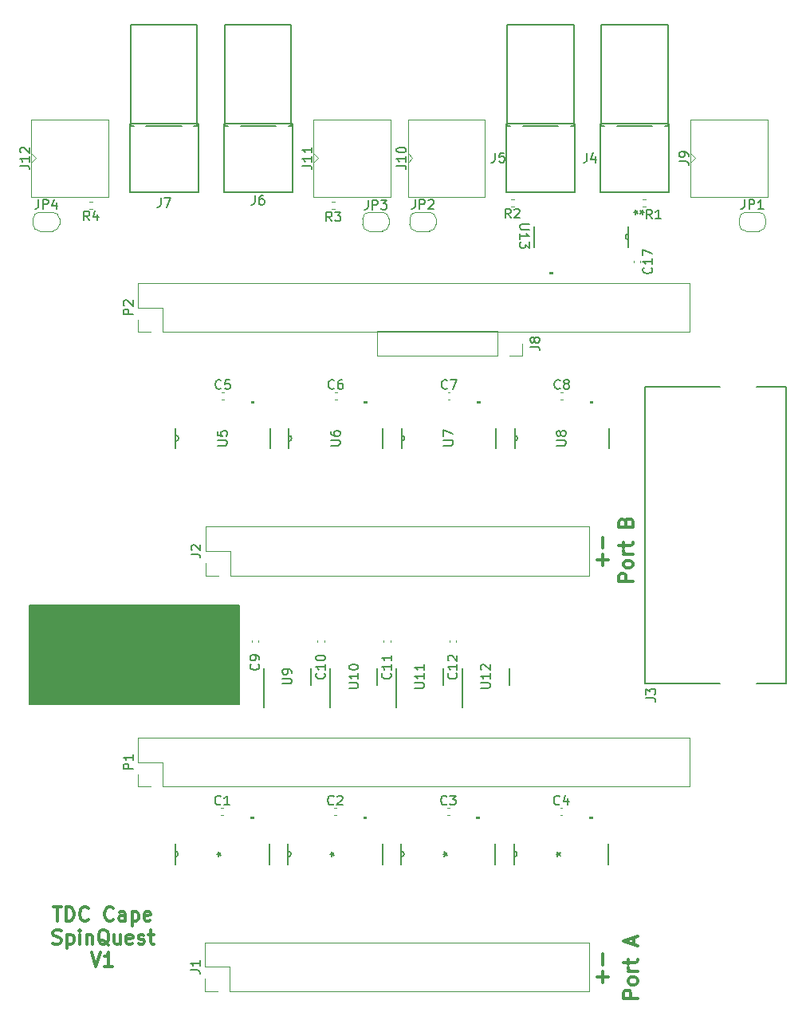
<source format=gbr>
%TF.GenerationSoftware,KiCad,Pcbnew,8.0.5-dirty*%
%TF.CreationDate,2024-10-02T03:35:21-04:00*%
%TF.ProjectId,LVDS_BeagleVFire_Cape,4c564453-5f42-4656-9167-6c6556466972,1*%
%TF.SameCoordinates,Original*%
%TF.FileFunction,Legend,Top*%
%TF.FilePolarity,Positive*%
%FSLAX46Y46*%
G04 Gerber Fmt 4.6, Leading zero omitted, Abs format (unit mm)*
G04 Created by KiCad (PCBNEW 8.0.5-dirty) date 2024-10-02 03:35:21*
%MOMM*%
%LPD*%
G01*
G04 APERTURE LIST*
%ADD10C,0.200000*%
%ADD11C,0.300000*%
%ADD12C,0.150000*%
%ADD13C,0.120000*%
%ADD14C,0.000000*%
%ADD15C,0.152400*%
%ADD16C,0.127000*%
G04 APERTURE END LIST*
D10*
X51000000Y-107500000D02*
X73250000Y-107500000D01*
X73250000Y-118000000D01*
X51000000Y-118000000D01*
X51000000Y-107500000D01*
G36*
X51000000Y-107500000D02*
G01*
X73250000Y-107500000D01*
X73250000Y-118000000D01*
X51000000Y-118000000D01*
X51000000Y-107500000D01*
G37*
D11*
X115050828Y-104945489D02*
X113550828Y-104945489D01*
X113550828Y-104945489D02*
X113550828Y-104374060D01*
X113550828Y-104374060D02*
X113622257Y-104231203D01*
X113622257Y-104231203D02*
X113693685Y-104159774D01*
X113693685Y-104159774D02*
X113836542Y-104088346D01*
X113836542Y-104088346D02*
X114050828Y-104088346D01*
X114050828Y-104088346D02*
X114193685Y-104159774D01*
X114193685Y-104159774D02*
X114265114Y-104231203D01*
X114265114Y-104231203D02*
X114336542Y-104374060D01*
X114336542Y-104374060D02*
X114336542Y-104945489D01*
X115050828Y-103231203D02*
X114979400Y-103374060D01*
X114979400Y-103374060D02*
X114907971Y-103445489D01*
X114907971Y-103445489D02*
X114765114Y-103516917D01*
X114765114Y-103516917D02*
X114336542Y-103516917D01*
X114336542Y-103516917D02*
X114193685Y-103445489D01*
X114193685Y-103445489D02*
X114122257Y-103374060D01*
X114122257Y-103374060D02*
X114050828Y-103231203D01*
X114050828Y-103231203D02*
X114050828Y-103016917D01*
X114050828Y-103016917D02*
X114122257Y-102874060D01*
X114122257Y-102874060D02*
X114193685Y-102802632D01*
X114193685Y-102802632D02*
X114336542Y-102731203D01*
X114336542Y-102731203D02*
X114765114Y-102731203D01*
X114765114Y-102731203D02*
X114907971Y-102802632D01*
X114907971Y-102802632D02*
X114979400Y-102874060D01*
X114979400Y-102874060D02*
X115050828Y-103016917D01*
X115050828Y-103016917D02*
X115050828Y-103231203D01*
X115050828Y-102088346D02*
X114050828Y-102088346D01*
X114336542Y-102088346D02*
X114193685Y-102016917D01*
X114193685Y-102016917D02*
X114122257Y-101945489D01*
X114122257Y-101945489D02*
X114050828Y-101802631D01*
X114050828Y-101802631D02*
X114050828Y-101659774D01*
X114050828Y-101374060D02*
X114050828Y-100802632D01*
X113550828Y-101159775D02*
X114836542Y-101159775D01*
X114836542Y-101159775D02*
X114979400Y-101088346D01*
X114979400Y-101088346D02*
X115050828Y-100945489D01*
X115050828Y-100945489D02*
X115050828Y-100802632D01*
X114265114Y-98659775D02*
X114336542Y-98445489D01*
X114336542Y-98445489D02*
X114407971Y-98374060D01*
X114407971Y-98374060D02*
X114550828Y-98302632D01*
X114550828Y-98302632D02*
X114765114Y-98302632D01*
X114765114Y-98302632D02*
X114907971Y-98374060D01*
X114907971Y-98374060D02*
X114979400Y-98445489D01*
X114979400Y-98445489D02*
X115050828Y-98588346D01*
X115050828Y-98588346D02*
X115050828Y-99159775D01*
X115050828Y-99159775D02*
X113550828Y-99159775D01*
X113550828Y-99159775D02*
X113550828Y-98659775D01*
X113550828Y-98659775D02*
X113622257Y-98516918D01*
X113622257Y-98516918D02*
X113693685Y-98445489D01*
X113693685Y-98445489D02*
X113836542Y-98374060D01*
X113836542Y-98374060D02*
X113979400Y-98374060D01*
X113979400Y-98374060D02*
X114122257Y-98445489D01*
X114122257Y-98445489D02*
X114193685Y-98516918D01*
X114193685Y-98516918D02*
X114265114Y-98659775D01*
X114265114Y-98659775D02*
X114265114Y-99159775D01*
X115550828Y-149195489D02*
X114050828Y-149195489D01*
X114050828Y-149195489D02*
X114050828Y-148624060D01*
X114050828Y-148624060D02*
X114122257Y-148481203D01*
X114122257Y-148481203D02*
X114193685Y-148409774D01*
X114193685Y-148409774D02*
X114336542Y-148338346D01*
X114336542Y-148338346D02*
X114550828Y-148338346D01*
X114550828Y-148338346D02*
X114693685Y-148409774D01*
X114693685Y-148409774D02*
X114765114Y-148481203D01*
X114765114Y-148481203D02*
X114836542Y-148624060D01*
X114836542Y-148624060D02*
X114836542Y-149195489D01*
X115550828Y-147481203D02*
X115479400Y-147624060D01*
X115479400Y-147624060D02*
X115407971Y-147695489D01*
X115407971Y-147695489D02*
X115265114Y-147766917D01*
X115265114Y-147766917D02*
X114836542Y-147766917D01*
X114836542Y-147766917D02*
X114693685Y-147695489D01*
X114693685Y-147695489D02*
X114622257Y-147624060D01*
X114622257Y-147624060D02*
X114550828Y-147481203D01*
X114550828Y-147481203D02*
X114550828Y-147266917D01*
X114550828Y-147266917D02*
X114622257Y-147124060D01*
X114622257Y-147124060D02*
X114693685Y-147052632D01*
X114693685Y-147052632D02*
X114836542Y-146981203D01*
X114836542Y-146981203D02*
X115265114Y-146981203D01*
X115265114Y-146981203D02*
X115407971Y-147052632D01*
X115407971Y-147052632D02*
X115479400Y-147124060D01*
X115479400Y-147124060D02*
X115550828Y-147266917D01*
X115550828Y-147266917D02*
X115550828Y-147481203D01*
X115550828Y-146338346D02*
X114550828Y-146338346D01*
X114836542Y-146338346D02*
X114693685Y-146266917D01*
X114693685Y-146266917D02*
X114622257Y-146195489D01*
X114622257Y-146195489D02*
X114550828Y-146052631D01*
X114550828Y-146052631D02*
X114550828Y-145909774D01*
X114550828Y-145624060D02*
X114550828Y-145052632D01*
X114050828Y-145409775D02*
X115336542Y-145409775D01*
X115336542Y-145409775D02*
X115479400Y-145338346D01*
X115479400Y-145338346D02*
X115550828Y-145195489D01*
X115550828Y-145195489D02*
X115550828Y-145052632D01*
X115122257Y-143481203D02*
X115122257Y-142766918D01*
X115550828Y-143624060D02*
X114050828Y-143124060D01*
X114050828Y-143124060D02*
X115550828Y-142624060D01*
X111856900Y-103250000D02*
X111856900Y-102107143D01*
X112428328Y-102678571D02*
X111285471Y-102678571D01*
X111856900Y-101392857D02*
X111856900Y-100250000D01*
X111856900Y-147500000D02*
X111856900Y-146357143D01*
X112428328Y-146928571D02*
X111285471Y-146928571D01*
X111856900Y-145642857D02*
X111856900Y-144500000D01*
X53500000Y-139513412D02*
X54357143Y-139513412D01*
X53928571Y-141013412D02*
X53928571Y-139513412D01*
X54857142Y-141013412D02*
X54857142Y-139513412D01*
X54857142Y-139513412D02*
X55214285Y-139513412D01*
X55214285Y-139513412D02*
X55428571Y-139584841D01*
X55428571Y-139584841D02*
X55571428Y-139727698D01*
X55571428Y-139727698D02*
X55642857Y-139870555D01*
X55642857Y-139870555D02*
X55714285Y-140156269D01*
X55714285Y-140156269D02*
X55714285Y-140370555D01*
X55714285Y-140370555D02*
X55642857Y-140656269D01*
X55642857Y-140656269D02*
X55571428Y-140799126D01*
X55571428Y-140799126D02*
X55428571Y-140941984D01*
X55428571Y-140941984D02*
X55214285Y-141013412D01*
X55214285Y-141013412D02*
X54857142Y-141013412D01*
X57214285Y-140870555D02*
X57142857Y-140941984D01*
X57142857Y-140941984D02*
X56928571Y-141013412D01*
X56928571Y-141013412D02*
X56785714Y-141013412D01*
X56785714Y-141013412D02*
X56571428Y-140941984D01*
X56571428Y-140941984D02*
X56428571Y-140799126D01*
X56428571Y-140799126D02*
X56357142Y-140656269D01*
X56357142Y-140656269D02*
X56285714Y-140370555D01*
X56285714Y-140370555D02*
X56285714Y-140156269D01*
X56285714Y-140156269D02*
X56357142Y-139870555D01*
X56357142Y-139870555D02*
X56428571Y-139727698D01*
X56428571Y-139727698D02*
X56571428Y-139584841D01*
X56571428Y-139584841D02*
X56785714Y-139513412D01*
X56785714Y-139513412D02*
X56928571Y-139513412D01*
X56928571Y-139513412D02*
X57142857Y-139584841D01*
X57142857Y-139584841D02*
X57214285Y-139656269D01*
X59857142Y-140870555D02*
X59785714Y-140941984D01*
X59785714Y-140941984D02*
X59571428Y-141013412D01*
X59571428Y-141013412D02*
X59428571Y-141013412D01*
X59428571Y-141013412D02*
X59214285Y-140941984D01*
X59214285Y-140941984D02*
X59071428Y-140799126D01*
X59071428Y-140799126D02*
X58999999Y-140656269D01*
X58999999Y-140656269D02*
X58928571Y-140370555D01*
X58928571Y-140370555D02*
X58928571Y-140156269D01*
X58928571Y-140156269D02*
X58999999Y-139870555D01*
X58999999Y-139870555D02*
X59071428Y-139727698D01*
X59071428Y-139727698D02*
X59214285Y-139584841D01*
X59214285Y-139584841D02*
X59428571Y-139513412D01*
X59428571Y-139513412D02*
X59571428Y-139513412D01*
X59571428Y-139513412D02*
X59785714Y-139584841D01*
X59785714Y-139584841D02*
X59857142Y-139656269D01*
X61142857Y-141013412D02*
X61142857Y-140227698D01*
X61142857Y-140227698D02*
X61071428Y-140084841D01*
X61071428Y-140084841D02*
X60928571Y-140013412D01*
X60928571Y-140013412D02*
X60642857Y-140013412D01*
X60642857Y-140013412D02*
X60499999Y-140084841D01*
X61142857Y-140941984D02*
X60999999Y-141013412D01*
X60999999Y-141013412D02*
X60642857Y-141013412D01*
X60642857Y-141013412D02*
X60499999Y-140941984D01*
X60499999Y-140941984D02*
X60428571Y-140799126D01*
X60428571Y-140799126D02*
X60428571Y-140656269D01*
X60428571Y-140656269D02*
X60499999Y-140513412D01*
X60499999Y-140513412D02*
X60642857Y-140441984D01*
X60642857Y-140441984D02*
X60999999Y-140441984D01*
X60999999Y-140441984D02*
X61142857Y-140370555D01*
X61857142Y-140013412D02*
X61857142Y-141513412D01*
X61857142Y-140084841D02*
X62000000Y-140013412D01*
X62000000Y-140013412D02*
X62285714Y-140013412D01*
X62285714Y-140013412D02*
X62428571Y-140084841D01*
X62428571Y-140084841D02*
X62500000Y-140156269D01*
X62500000Y-140156269D02*
X62571428Y-140299126D01*
X62571428Y-140299126D02*
X62571428Y-140727698D01*
X62571428Y-140727698D02*
X62500000Y-140870555D01*
X62500000Y-140870555D02*
X62428571Y-140941984D01*
X62428571Y-140941984D02*
X62285714Y-141013412D01*
X62285714Y-141013412D02*
X62000000Y-141013412D01*
X62000000Y-141013412D02*
X61857142Y-140941984D01*
X63785714Y-140941984D02*
X63642857Y-141013412D01*
X63642857Y-141013412D02*
X63357143Y-141013412D01*
X63357143Y-141013412D02*
X63214285Y-140941984D01*
X63214285Y-140941984D02*
X63142857Y-140799126D01*
X63142857Y-140799126D02*
X63142857Y-140227698D01*
X63142857Y-140227698D02*
X63214285Y-140084841D01*
X63214285Y-140084841D02*
X63357143Y-140013412D01*
X63357143Y-140013412D02*
X63642857Y-140013412D01*
X63642857Y-140013412D02*
X63785714Y-140084841D01*
X63785714Y-140084841D02*
X63857143Y-140227698D01*
X63857143Y-140227698D02*
X63857143Y-140370555D01*
X63857143Y-140370555D02*
X63142857Y-140513412D01*
X53464285Y-143356900D02*
X53678571Y-143428328D01*
X53678571Y-143428328D02*
X54035713Y-143428328D01*
X54035713Y-143428328D02*
X54178571Y-143356900D01*
X54178571Y-143356900D02*
X54249999Y-143285471D01*
X54249999Y-143285471D02*
X54321428Y-143142614D01*
X54321428Y-143142614D02*
X54321428Y-142999757D01*
X54321428Y-142999757D02*
X54249999Y-142856900D01*
X54249999Y-142856900D02*
X54178571Y-142785471D01*
X54178571Y-142785471D02*
X54035713Y-142714042D01*
X54035713Y-142714042D02*
X53749999Y-142642614D01*
X53749999Y-142642614D02*
X53607142Y-142571185D01*
X53607142Y-142571185D02*
X53535713Y-142499757D01*
X53535713Y-142499757D02*
X53464285Y-142356900D01*
X53464285Y-142356900D02*
X53464285Y-142214042D01*
X53464285Y-142214042D02*
X53535713Y-142071185D01*
X53535713Y-142071185D02*
X53607142Y-141999757D01*
X53607142Y-141999757D02*
X53749999Y-141928328D01*
X53749999Y-141928328D02*
X54107142Y-141928328D01*
X54107142Y-141928328D02*
X54321428Y-141999757D01*
X54964284Y-142428328D02*
X54964284Y-143928328D01*
X54964284Y-142499757D02*
X55107142Y-142428328D01*
X55107142Y-142428328D02*
X55392856Y-142428328D01*
X55392856Y-142428328D02*
X55535713Y-142499757D01*
X55535713Y-142499757D02*
X55607142Y-142571185D01*
X55607142Y-142571185D02*
X55678570Y-142714042D01*
X55678570Y-142714042D02*
X55678570Y-143142614D01*
X55678570Y-143142614D02*
X55607142Y-143285471D01*
X55607142Y-143285471D02*
X55535713Y-143356900D01*
X55535713Y-143356900D02*
X55392856Y-143428328D01*
X55392856Y-143428328D02*
X55107142Y-143428328D01*
X55107142Y-143428328D02*
X54964284Y-143356900D01*
X56321427Y-143428328D02*
X56321427Y-142428328D01*
X56321427Y-141928328D02*
X56249999Y-141999757D01*
X56249999Y-141999757D02*
X56321427Y-142071185D01*
X56321427Y-142071185D02*
X56392856Y-141999757D01*
X56392856Y-141999757D02*
X56321427Y-141928328D01*
X56321427Y-141928328D02*
X56321427Y-142071185D01*
X57035713Y-142428328D02*
X57035713Y-143428328D01*
X57035713Y-142571185D02*
X57107142Y-142499757D01*
X57107142Y-142499757D02*
X57249999Y-142428328D01*
X57249999Y-142428328D02*
X57464285Y-142428328D01*
X57464285Y-142428328D02*
X57607142Y-142499757D01*
X57607142Y-142499757D02*
X57678571Y-142642614D01*
X57678571Y-142642614D02*
X57678571Y-143428328D01*
X59392856Y-143571185D02*
X59249999Y-143499757D01*
X59249999Y-143499757D02*
X59107142Y-143356900D01*
X59107142Y-143356900D02*
X58892856Y-143142614D01*
X58892856Y-143142614D02*
X58749999Y-143071185D01*
X58749999Y-143071185D02*
X58607142Y-143071185D01*
X58678571Y-143428328D02*
X58535714Y-143356900D01*
X58535714Y-143356900D02*
X58392856Y-143214042D01*
X58392856Y-143214042D02*
X58321428Y-142928328D01*
X58321428Y-142928328D02*
X58321428Y-142428328D01*
X58321428Y-142428328D02*
X58392856Y-142142614D01*
X58392856Y-142142614D02*
X58535714Y-141999757D01*
X58535714Y-141999757D02*
X58678571Y-141928328D01*
X58678571Y-141928328D02*
X58964285Y-141928328D01*
X58964285Y-141928328D02*
X59107142Y-141999757D01*
X59107142Y-141999757D02*
X59249999Y-142142614D01*
X59249999Y-142142614D02*
X59321428Y-142428328D01*
X59321428Y-142428328D02*
X59321428Y-142928328D01*
X59321428Y-142928328D02*
X59249999Y-143214042D01*
X59249999Y-143214042D02*
X59107142Y-143356900D01*
X59107142Y-143356900D02*
X58964285Y-143428328D01*
X58964285Y-143428328D02*
X58678571Y-143428328D01*
X60607143Y-142428328D02*
X60607143Y-143428328D01*
X59964285Y-142428328D02*
X59964285Y-143214042D01*
X59964285Y-143214042D02*
X60035714Y-143356900D01*
X60035714Y-143356900D02*
X60178571Y-143428328D01*
X60178571Y-143428328D02*
X60392857Y-143428328D01*
X60392857Y-143428328D02*
X60535714Y-143356900D01*
X60535714Y-143356900D02*
X60607143Y-143285471D01*
X61892857Y-143356900D02*
X61750000Y-143428328D01*
X61750000Y-143428328D02*
X61464286Y-143428328D01*
X61464286Y-143428328D02*
X61321428Y-143356900D01*
X61321428Y-143356900D02*
X61250000Y-143214042D01*
X61250000Y-143214042D02*
X61250000Y-142642614D01*
X61250000Y-142642614D02*
X61321428Y-142499757D01*
X61321428Y-142499757D02*
X61464286Y-142428328D01*
X61464286Y-142428328D02*
X61750000Y-142428328D01*
X61750000Y-142428328D02*
X61892857Y-142499757D01*
X61892857Y-142499757D02*
X61964286Y-142642614D01*
X61964286Y-142642614D02*
X61964286Y-142785471D01*
X61964286Y-142785471D02*
X61250000Y-142928328D01*
X62535714Y-143356900D02*
X62678571Y-143428328D01*
X62678571Y-143428328D02*
X62964285Y-143428328D01*
X62964285Y-143428328D02*
X63107142Y-143356900D01*
X63107142Y-143356900D02*
X63178571Y-143214042D01*
X63178571Y-143214042D02*
X63178571Y-143142614D01*
X63178571Y-143142614D02*
X63107142Y-142999757D01*
X63107142Y-142999757D02*
X62964285Y-142928328D01*
X62964285Y-142928328D02*
X62750000Y-142928328D01*
X62750000Y-142928328D02*
X62607142Y-142856900D01*
X62607142Y-142856900D02*
X62535714Y-142714042D01*
X62535714Y-142714042D02*
X62535714Y-142642614D01*
X62535714Y-142642614D02*
X62607142Y-142499757D01*
X62607142Y-142499757D02*
X62750000Y-142428328D01*
X62750000Y-142428328D02*
X62964285Y-142428328D01*
X62964285Y-142428328D02*
X63107142Y-142499757D01*
X63607143Y-142428328D02*
X64178571Y-142428328D01*
X63821428Y-141928328D02*
X63821428Y-143214042D01*
X63821428Y-143214042D02*
X63892857Y-143356900D01*
X63892857Y-143356900D02*
X64035714Y-143428328D01*
X64035714Y-143428328D02*
X64178571Y-143428328D01*
X57535715Y-144343244D02*
X58035715Y-145843244D01*
X58035715Y-145843244D02*
X58535715Y-144343244D01*
X59821429Y-145843244D02*
X58964286Y-145843244D01*
X59392857Y-145843244D02*
X59392857Y-144343244D01*
X59392857Y-144343244D02*
X59250000Y-144557530D01*
X59250000Y-144557530D02*
X59107143Y-144700387D01*
X59107143Y-144700387D02*
X58964286Y-144771816D01*
D12*
X119954819Y-60333333D02*
X120669104Y-60333333D01*
X120669104Y-60333333D02*
X120811961Y-60380952D01*
X120811961Y-60380952D02*
X120907200Y-60476190D01*
X120907200Y-60476190D02*
X120954819Y-60619047D01*
X120954819Y-60619047D02*
X120954819Y-60714285D01*
X120954819Y-59809523D02*
X120954819Y-59619047D01*
X120954819Y-59619047D02*
X120907200Y-59523809D01*
X120907200Y-59523809D02*
X120859580Y-59476190D01*
X120859580Y-59476190D02*
X120716723Y-59380952D01*
X120716723Y-59380952D02*
X120526247Y-59333333D01*
X120526247Y-59333333D02*
X120145295Y-59333333D01*
X120145295Y-59333333D02*
X120050057Y-59380952D01*
X120050057Y-59380952D02*
X120002438Y-59428571D01*
X120002438Y-59428571D02*
X119954819Y-59523809D01*
X119954819Y-59523809D02*
X119954819Y-59714285D01*
X119954819Y-59714285D02*
X120002438Y-59809523D01*
X120002438Y-59809523D02*
X120050057Y-59857142D01*
X120050057Y-59857142D02*
X120145295Y-59904761D01*
X120145295Y-59904761D02*
X120383390Y-59904761D01*
X120383390Y-59904761D02*
X120478628Y-59857142D01*
X120478628Y-59857142D02*
X120526247Y-59809523D01*
X120526247Y-59809523D02*
X120573866Y-59714285D01*
X120573866Y-59714285D02*
X120573866Y-59523809D01*
X120573866Y-59523809D02*
X120526247Y-59428571D01*
X120526247Y-59428571D02*
X120478628Y-59380952D01*
X120478628Y-59380952D02*
X120383390Y-59333333D01*
X49954819Y-60809523D02*
X50669104Y-60809523D01*
X50669104Y-60809523D02*
X50811961Y-60857142D01*
X50811961Y-60857142D02*
X50907200Y-60952380D01*
X50907200Y-60952380D02*
X50954819Y-61095237D01*
X50954819Y-61095237D02*
X50954819Y-61190475D01*
X50954819Y-59809523D02*
X50954819Y-60380951D01*
X50954819Y-60095237D02*
X49954819Y-60095237D01*
X49954819Y-60095237D02*
X50097676Y-60190475D01*
X50097676Y-60190475D02*
X50192914Y-60285713D01*
X50192914Y-60285713D02*
X50240533Y-60380951D01*
X50050057Y-59428570D02*
X50002438Y-59380951D01*
X50002438Y-59380951D02*
X49954819Y-59285713D01*
X49954819Y-59285713D02*
X49954819Y-59047618D01*
X49954819Y-59047618D02*
X50002438Y-58952380D01*
X50002438Y-58952380D02*
X50050057Y-58904761D01*
X50050057Y-58904761D02*
X50145295Y-58857142D01*
X50145295Y-58857142D02*
X50240533Y-58857142D01*
X50240533Y-58857142D02*
X50383390Y-58904761D01*
X50383390Y-58904761D02*
X50954819Y-59476189D01*
X50954819Y-59476189D02*
X50954819Y-58857142D01*
X79954819Y-60809523D02*
X80669104Y-60809523D01*
X80669104Y-60809523D02*
X80811961Y-60857142D01*
X80811961Y-60857142D02*
X80907200Y-60952380D01*
X80907200Y-60952380D02*
X80954819Y-61095237D01*
X80954819Y-61095237D02*
X80954819Y-61190475D01*
X80954819Y-59809523D02*
X80954819Y-60380951D01*
X80954819Y-60095237D02*
X79954819Y-60095237D01*
X79954819Y-60095237D02*
X80097676Y-60190475D01*
X80097676Y-60190475D02*
X80192914Y-60285713D01*
X80192914Y-60285713D02*
X80240533Y-60380951D01*
X80954819Y-58857142D02*
X80954819Y-59428570D01*
X80954819Y-59142856D02*
X79954819Y-59142856D01*
X79954819Y-59142856D02*
X80097676Y-59238094D01*
X80097676Y-59238094D02*
X80192914Y-59333332D01*
X80192914Y-59333332D02*
X80240533Y-59428570D01*
X89954819Y-60809523D02*
X90669104Y-60809523D01*
X90669104Y-60809523D02*
X90811961Y-60857142D01*
X90811961Y-60857142D02*
X90907200Y-60952380D01*
X90907200Y-60952380D02*
X90954819Y-61095237D01*
X90954819Y-61095237D02*
X90954819Y-61190475D01*
X90954819Y-59809523D02*
X90954819Y-60380951D01*
X90954819Y-60095237D02*
X89954819Y-60095237D01*
X89954819Y-60095237D02*
X90097676Y-60190475D01*
X90097676Y-60190475D02*
X90192914Y-60285713D01*
X90192914Y-60285713D02*
X90240533Y-60380951D01*
X89954819Y-59190475D02*
X89954819Y-59095237D01*
X89954819Y-59095237D02*
X90002438Y-58999999D01*
X90002438Y-58999999D02*
X90050057Y-58952380D01*
X90050057Y-58952380D02*
X90145295Y-58904761D01*
X90145295Y-58904761D02*
X90335771Y-58857142D01*
X90335771Y-58857142D02*
X90573866Y-58857142D01*
X90573866Y-58857142D02*
X90764342Y-58904761D01*
X90764342Y-58904761D02*
X90859580Y-58952380D01*
X90859580Y-58952380D02*
X90907200Y-58999999D01*
X90907200Y-58999999D02*
X90954819Y-59095237D01*
X90954819Y-59095237D02*
X90954819Y-59190475D01*
X90954819Y-59190475D02*
X90907200Y-59285713D01*
X90907200Y-59285713D02*
X90859580Y-59333332D01*
X90859580Y-59333332D02*
X90764342Y-59380951D01*
X90764342Y-59380951D02*
X90573866Y-59428570D01*
X90573866Y-59428570D02*
X90335771Y-59428570D01*
X90335771Y-59428570D02*
X90145295Y-59380951D01*
X90145295Y-59380951D02*
X90050057Y-59333332D01*
X90050057Y-59333332D02*
X90002438Y-59285713D01*
X90002438Y-59285713D02*
X89954819Y-59190475D01*
X61954819Y-76613094D02*
X60954819Y-76613094D01*
X60954819Y-76613094D02*
X60954819Y-76232142D01*
X60954819Y-76232142D02*
X61002438Y-76136904D01*
X61002438Y-76136904D02*
X61050057Y-76089285D01*
X61050057Y-76089285D02*
X61145295Y-76041666D01*
X61145295Y-76041666D02*
X61288152Y-76041666D01*
X61288152Y-76041666D02*
X61383390Y-76089285D01*
X61383390Y-76089285D02*
X61431009Y-76136904D01*
X61431009Y-76136904D02*
X61478628Y-76232142D01*
X61478628Y-76232142D02*
X61478628Y-76613094D01*
X61050057Y-75660713D02*
X61002438Y-75613094D01*
X61002438Y-75613094D02*
X60954819Y-75517856D01*
X60954819Y-75517856D02*
X60954819Y-75279761D01*
X60954819Y-75279761D02*
X61002438Y-75184523D01*
X61002438Y-75184523D02*
X61050057Y-75136904D01*
X61050057Y-75136904D02*
X61145295Y-75089285D01*
X61145295Y-75089285D02*
X61240533Y-75089285D01*
X61240533Y-75089285D02*
X61383390Y-75136904D01*
X61383390Y-75136904D02*
X61954819Y-75708332D01*
X61954819Y-75708332D02*
X61954819Y-75089285D01*
X61954819Y-124873094D02*
X60954819Y-124873094D01*
X60954819Y-124873094D02*
X60954819Y-124492142D01*
X60954819Y-124492142D02*
X61002438Y-124396904D01*
X61002438Y-124396904D02*
X61050057Y-124349285D01*
X61050057Y-124349285D02*
X61145295Y-124301666D01*
X61145295Y-124301666D02*
X61288152Y-124301666D01*
X61288152Y-124301666D02*
X61383390Y-124349285D01*
X61383390Y-124349285D02*
X61431009Y-124396904D01*
X61431009Y-124396904D02*
X61478628Y-124492142D01*
X61478628Y-124492142D02*
X61478628Y-124873094D01*
X61954819Y-123349285D02*
X61954819Y-123920713D01*
X61954819Y-123634999D02*
X60954819Y-123634999D01*
X60954819Y-123634999D02*
X61097676Y-123730237D01*
X61097676Y-123730237D02*
X61192914Y-123825475D01*
X61192914Y-123825475D02*
X61240533Y-123920713D01*
X96289579Y-114692855D02*
X96337199Y-114740474D01*
X96337199Y-114740474D02*
X96384818Y-114883331D01*
X96384818Y-114883331D02*
X96384818Y-114978569D01*
X96384818Y-114978569D02*
X96337199Y-115121426D01*
X96337199Y-115121426D02*
X96241960Y-115216664D01*
X96241960Y-115216664D02*
X96146722Y-115264283D01*
X96146722Y-115264283D02*
X95956246Y-115311902D01*
X95956246Y-115311902D02*
X95813389Y-115311902D01*
X95813389Y-115311902D02*
X95622913Y-115264283D01*
X95622913Y-115264283D02*
X95527675Y-115216664D01*
X95527675Y-115216664D02*
X95432437Y-115121426D01*
X95432437Y-115121426D02*
X95384818Y-114978569D01*
X95384818Y-114978569D02*
X95384818Y-114883331D01*
X95384818Y-114883331D02*
X95432437Y-114740474D01*
X95432437Y-114740474D02*
X95480056Y-114692855D01*
X96384818Y-113740474D02*
X96384818Y-114311902D01*
X96384818Y-114026188D02*
X95384818Y-114026188D01*
X95384818Y-114026188D02*
X95527675Y-114121426D01*
X95527675Y-114121426D02*
X95622913Y-114216664D01*
X95622913Y-114216664D02*
X95670532Y-114311902D01*
X95480056Y-113359521D02*
X95432437Y-113311902D01*
X95432437Y-113311902D02*
X95384818Y-113216664D01*
X95384818Y-113216664D02*
X95384818Y-112978569D01*
X95384818Y-112978569D02*
X95432437Y-112883331D01*
X95432437Y-112883331D02*
X95480056Y-112835712D01*
X95480056Y-112835712D02*
X95575294Y-112788093D01*
X95575294Y-112788093D02*
X95670532Y-112788093D01*
X95670532Y-112788093D02*
X95813389Y-112835712D01*
X95813389Y-112835712D02*
X96384818Y-113407140D01*
X96384818Y-113407140D02*
X96384818Y-112788093D01*
X84884818Y-116288092D02*
X85694341Y-116288092D01*
X85694341Y-116288092D02*
X85789579Y-116240473D01*
X85789579Y-116240473D02*
X85837199Y-116192854D01*
X85837199Y-116192854D02*
X85884818Y-116097616D01*
X85884818Y-116097616D02*
X85884818Y-115907140D01*
X85884818Y-115907140D02*
X85837199Y-115811902D01*
X85837199Y-115811902D02*
X85789579Y-115764283D01*
X85789579Y-115764283D02*
X85694341Y-115716664D01*
X85694341Y-115716664D02*
X84884818Y-115716664D01*
X85884818Y-114716664D02*
X85884818Y-115288092D01*
X85884818Y-115002378D02*
X84884818Y-115002378D01*
X84884818Y-115002378D02*
X85027675Y-115097616D01*
X85027675Y-115097616D02*
X85122913Y-115192854D01*
X85122913Y-115192854D02*
X85170532Y-115288092D01*
X84884818Y-114097616D02*
X84884818Y-114002378D01*
X84884818Y-114002378D02*
X84932437Y-113907140D01*
X84932437Y-113907140D02*
X84980056Y-113859521D01*
X84980056Y-113859521D02*
X85075294Y-113811902D01*
X85075294Y-113811902D02*
X85265770Y-113764283D01*
X85265770Y-113764283D02*
X85503865Y-113764283D01*
X85503865Y-113764283D02*
X85694341Y-113811902D01*
X85694341Y-113811902D02*
X85789579Y-113859521D01*
X85789579Y-113859521D02*
X85837199Y-113907140D01*
X85837199Y-113907140D02*
X85884818Y-114002378D01*
X85884818Y-114002378D02*
X85884818Y-114097616D01*
X85884818Y-114097616D02*
X85837199Y-114192854D01*
X85837199Y-114192854D02*
X85789579Y-114240473D01*
X85789579Y-114240473D02*
X85694341Y-114288092D01*
X85694341Y-114288092D02*
X85503865Y-114335711D01*
X85503865Y-114335711D02*
X85265770Y-114335711D01*
X85265770Y-114335711D02*
X85075294Y-114288092D01*
X85075294Y-114288092D02*
X84980056Y-114240473D01*
X84980056Y-114240473D02*
X84932437Y-114192854D01*
X84932437Y-114192854D02*
X84884818Y-114097616D01*
X70899819Y-133887799D02*
X71137914Y-133887799D01*
X71042676Y-134125894D02*
X71137914Y-133887799D01*
X71137914Y-133887799D02*
X71042676Y-133649704D01*
X71328390Y-134030656D02*
X71137914Y-133887799D01*
X71137914Y-133887799D02*
X71328390Y-133744942D01*
X83333333Y-84449580D02*
X83285714Y-84497200D01*
X83285714Y-84497200D02*
X83142857Y-84544819D01*
X83142857Y-84544819D02*
X83047619Y-84544819D01*
X83047619Y-84544819D02*
X82904762Y-84497200D01*
X82904762Y-84497200D02*
X82809524Y-84401961D01*
X82809524Y-84401961D02*
X82761905Y-84306723D01*
X82761905Y-84306723D02*
X82714286Y-84116247D01*
X82714286Y-84116247D02*
X82714286Y-83973390D01*
X82714286Y-83973390D02*
X82761905Y-83782914D01*
X82761905Y-83782914D02*
X82809524Y-83687676D01*
X82809524Y-83687676D02*
X82904762Y-83592438D01*
X82904762Y-83592438D02*
X83047619Y-83544819D01*
X83047619Y-83544819D02*
X83142857Y-83544819D01*
X83142857Y-83544819D02*
X83285714Y-83592438D01*
X83285714Y-83592438D02*
X83333333Y-83640057D01*
X84190476Y-83544819D02*
X84000000Y-83544819D01*
X84000000Y-83544819D02*
X83904762Y-83592438D01*
X83904762Y-83592438D02*
X83857143Y-83640057D01*
X83857143Y-83640057D02*
X83761905Y-83782914D01*
X83761905Y-83782914D02*
X83714286Y-83973390D01*
X83714286Y-83973390D02*
X83714286Y-84354342D01*
X83714286Y-84354342D02*
X83761905Y-84449580D01*
X83761905Y-84449580D02*
X83809524Y-84497200D01*
X83809524Y-84497200D02*
X83904762Y-84544819D01*
X83904762Y-84544819D02*
X84095238Y-84544819D01*
X84095238Y-84544819D02*
X84190476Y-84497200D01*
X84190476Y-84497200D02*
X84238095Y-84449580D01*
X84238095Y-84449580D02*
X84285714Y-84354342D01*
X84285714Y-84354342D02*
X84285714Y-84116247D01*
X84285714Y-84116247D02*
X84238095Y-84021009D01*
X84238095Y-84021009D02*
X84190476Y-83973390D01*
X84190476Y-83973390D02*
X84095238Y-83925771D01*
X84095238Y-83925771D02*
X83904762Y-83925771D01*
X83904762Y-83925771D02*
X83809524Y-83973390D01*
X83809524Y-83973390D02*
X83761905Y-84021009D01*
X83761905Y-84021009D02*
X83714286Y-84116247D01*
X102083333Y-66374819D02*
X101750000Y-65898628D01*
X101511905Y-66374819D02*
X101511905Y-65374819D01*
X101511905Y-65374819D02*
X101892857Y-65374819D01*
X101892857Y-65374819D02*
X101988095Y-65422438D01*
X101988095Y-65422438D02*
X102035714Y-65470057D01*
X102035714Y-65470057D02*
X102083333Y-65565295D01*
X102083333Y-65565295D02*
X102083333Y-65708152D01*
X102083333Y-65708152D02*
X102035714Y-65803390D01*
X102035714Y-65803390D02*
X101988095Y-65851009D01*
X101988095Y-65851009D02*
X101892857Y-65898628D01*
X101892857Y-65898628D02*
X101511905Y-65898628D01*
X102464286Y-65470057D02*
X102511905Y-65422438D01*
X102511905Y-65422438D02*
X102607143Y-65374819D01*
X102607143Y-65374819D02*
X102845238Y-65374819D01*
X102845238Y-65374819D02*
X102940476Y-65422438D01*
X102940476Y-65422438D02*
X102988095Y-65470057D01*
X102988095Y-65470057D02*
X103035714Y-65565295D01*
X103035714Y-65565295D02*
X103035714Y-65660533D01*
X103035714Y-65660533D02*
X102988095Y-65803390D01*
X102988095Y-65803390D02*
X102416667Y-66374819D01*
X102416667Y-66374819D02*
X103035714Y-66374819D01*
X82954819Y-90511904D02*
X83764342Y-90511904D01*
X83764342Y-90511904D02*
X83859580Y-90464285D01*
X83859580Y-90464285D02*
X83907200Y-90416666D01*
X83907200Y-90416666D02*
X83954819Y-90321428D01*
X83954819Y-90321428D02*
X83954819Y-90130952D01*
X83954819Y-90130952D02*
X83907200Y-90035714D01*
X83907200Y-90035714D02*
X83859580Y-89988095D01*
X83859580Y-89988095D02*
X83764342Y-89940476D01*
X83764342Y-89940476D02*
X82954819Y-89940476D01*
X82954819Y-89035714D02*
X82954819Y-89226190D01*
X82954819Y-89226190D02*
X83002438Y-89321428D01*
X83002438Y-89321428D02*
X83050057Y-89369047D01*
X83050057Y-89369047D02*
X83192914Y-89464285D01*
X83192914Y-89464285D02*
X83383390Y-89511904D01*
X83383390Y-89511904D02*
X83764342Y-89511904D01*
X83764342Y-89511904D02*
X83859580Y-89464285D01*
X83859580Y-89464285D02*
X83907200Y-89416666D01*
X83907200Y-89416666D02*
X83954819Y-89321428D01*
X83954819Y-89321428D02*
X83954819Y-89130952D01*
X83954819Y-89130952D02*
X83907200Y-89035714D01*
X83907200Y-89035714D02*
X83859580Y-88988095D01*
X83859580Y-88988095D02*
X83764342Y-88940476D01*
X83764342Y-88940476D02*
X83526247Y-88940476D01*
X83526247Y-88940476D02*
X83431009Y-88988095D01*
X83431009Y-88988095D02*
X83383390Y-89035714D01*
X83383390Y-89035714D02*
X83335771Y-89130952D01*
X83335771Y-89130952D02*
X83335771Y-89321428D01*
X83335771Y-89321428D02*
X83383390Y-89416666D01*
X83383390Y-89416666D02*
X83431009Y-89464285D01*
X83431009Y-89464285D02*
X83526247Y-89511904D01*
X126916666Y-64404819D02*
X126916666Y-65119104D01*
X126916666Y-65119104D02*
X126869047Y-65261961D01*
X126869047Y-65261961D02*
X126773809Y-65357200D01*
X126773809Y-65357200D02*
X126630952Y-65404819D01*
X126630952Y-65404819D02*
X126535714Y-65404819D01*
X127392857Y-65404819D02*
X127392857Y-64404819D01*
X127392857Y-64404819D02*
X127773809Y-64404819D01*
X127773809Y-64404819D02*
X127869047Y-64452438D01*
X127869047Y-64452438D02*
X127916666Y-64500057D01*
X127916666Y-64500057D02*
X127964285Y-64595295D01*
X127964285Y-64595295D02*
X127964285Y-64738152D01*
X127964285Y-64738152D02*
X127916666Y-64833390D01*
X127916666Y-64833390D02*
X127869047Y-64881009D01*
X127869047Y-64881009D02*
X127773809Y-64928628D01*
X127773809Y-64928628D02*
X127392857Y-64928628D01*
X128916666Y-65404819D02*
X128345238Y-65404819D01*
X128630952Y-65404819D02*
X128630952Y-64404819D01*
X128630952Y-64404819D02*
X128535714Y-64547676D01*
X128535714Y-64547676D02*
X128440476Y-64642914D01*
X128440476Y-64642914D02*
X128345238Y-64690533D01*
X68069819Y-146201133D02*
X68784104Y-146201133D01*
X68784104Y-146201133D02*
X68926961Y-146248752D01*
X68926961Y-146248752D02*
X69022200Y-146343990D01*
X69022200Y-146343990D02*
X69069819Y-146486847D01*
X69069819Y-146486847D02*
X69069819Y-146582085D01*
X69069819Y-145201133D02*
X69069819Y-145772561D01*
X69069819Y-145486847D02*
X68069819Y-145486847D01*
X68069819Y-145486847D02*
X68212676Y-145582085D01*
X68212676Y-145582085D02*
X68307914Y-145677323D01*
X68307914Y-145677323D02*
X68355533Y-145772561D01*
X89289579Y-114692855D02*
X89337199Y-114740474D01*
X89337199Y-114740474D02*
X89384818Y-114883331D01*
X89384818Y-114883331D02*
X89384818Y-114978569D01*
X89384818Y-114978569D02*
X89337199Y-115121426D01*
X89337199Y-115121426D02*
X89241960Y-115216664D01*
X89241960Y-115216664D02*
X89146722Y-115264283D01*
X89146722Y-115264283D02*
X88956246Y-115311902D01*
X88956246Y-115311902D02*
X88813389Y-115311902D01*
X88813389Y-115311902D02*
X88622913Y-115264283D01*
X88622913Y-115264283D02*
X88527675Y-115216664D01*
X88527675Y-115216664D02*
X88432437Y-115121426D01*
X88432437Y-115121426D02*
X88384818Y-114978569D01*
X88384818Y-114978569D02*
X88384818Y-114883331D01*
X88384818Y-114883331D02*
X88432437Y-114740474D01*
X88432437Y-114740474D02*
X88480056Y-114692855D01*
X89384818Y-113740474D02*
X89384818Y-114311902D01*
X89384818Y-114026188D02*
X88384818Y-114026188D01*
X88384818Y-114026188D02*
X88527675Y-114121426D01*
X88527675Y-114121426D02*
X88622913Y-114216664D01*
X88622913Y-114216664D02*
X88670532Y-114311902D01*
X89384818Y-112788093D02*
X89384818Y-113359521D01*
X89384818Y-113073807D02*
X88384818Y-113073807D01*
X88384818Y-113073807D02*
X88527675Y-113169045D01*
X88527675Y-113169045D02*
X88622913Y-113264283D01*
X88622913Y-113264283D02*
X88670532Y-113359521D01*
X94899819Y-133887799D02*
X95137914Y-133887799D01*
X95042676Y-134125894D02*
X95137914Y-133887799D01*
X95137914Y-133887799D02*
X95042676Y-133649704D01*
X95328390Y-134030656D02*
X95137914Y-133887799D01*
X95137914Y-133887799D02*
X95328390Y-133744942D01*
X77809818Y-115811902D02*
X78619341Y-115811902D01*
X78619341Y-115811902D02*
X78714579Y-115764283D01*
X78714579Y-115764283D02*
X78762199Y-115716664D01*
X78762199Y-115716664D02*
X78809818Y-115621426D01*
X78809818Y-115621426D02*
X78809818Y-115430950D01*
X78809818Y-115430950D02*
X78762199Y-115335712D01*
X78762199Y-115335712D02*
X78714579Y-115288093D01*
X78714579Y-115288093D02*
X78619341Y-115240474D01*
X78619341Y-115240474D02*
X77809818Y-115240474D01*
X78809818Y-114716664D02*
X78809818Y-114526188D01*
X78809818Y-114526188D02*
X78762199Y-114430950D01*
X78762199Y-114430950D02*
X78714579Y-114383331D01*
X78714579Y-114383331D02*
X78571722Y-114288093D01*
X78571722Y-114288093D02*
X78381246Y-114240474D01*
X78381246Y-114240474D02*
X78000294Y-114240474D01*
X78000294Y-114240474D02*
X77905056Y-114288093D01*
X77905056Y-114288093D02*
X77857437Y-114335712D01*
X77857437Y-114335712D02*
X77809818Y-114430950D01*
X77809818Y-114430950D02*
X77809818Y-114621426D01*
X77809818Y-114621426D02*
X77857437Y-114716664D01*
X77857437Y-114716664D02*
X77905056Y-114764283D01*
X77905056Y-114764283D02*
X78000294Y-114811902D01*
X78000294Y-114811902D02*
X78238389Y-114811902D01*
X78238389Y-114811902D02*
X78333627Y-114764283D01*
X78333627Y-114764283D02*
X78381246Y-114716664D01*
X78381246Y-114716664D02*
X78428865Y-114621426D01*
X78428865Y-114621426D02*
X78428865Y-114430950D01*
X78428865Y-114430950D02*
X78381246Y-114335712D01*
X78381246Y-114335712D02*
X78333627Y-114288093D01*
X78333627Y-114288093D02*
X78238389Y-114240474D01*
X71278333Y-128587380D02*
X71230714Y-128635000D01*
X71230714Y-128635000D02*
X71087857Y-128682619D01*
X71087857Y-128682619D02*
X70992619Y-128682619D01*
X70992619Y-128682619D02*
X70849762Y-128635000D01*
X70849762Y-128635000D02*
X70754524Y-128539761D01*
X70754524Y-128539761D02*
X70706905Y-128444523D01*
X70706905Y-128444523D02*
X70659286Y-128254047D01*
X70659286Y-128254047D02*
X70659286Y-128111190D01*
X70659286Y-128111190D02*
X70706905Y-127920714D01*
X70706905Y-127920714D02*
X70754524Y-127825476D01*
X70754524Y-127825476D02*
X70849762Y-127730238D01*
X70849762Y-127730238D02*
X70992619Y-127682619D01*
X70992619Y-127682619D02*
X71087857Y-127682619D01*
X71087857Y-127682619D02*
X71230714Y-127730238D01*
X71230714Y-127730238D02*
X71278333Y-127777857D01*
X72230714Y-128682619D02*
X71659286Y-128682619D01*
X71945000Y-128682619D02*
X71945000Y-127682619D01*
X71945000Y-127682619D02*
X71849762Y-127825476D01*
X71849762Y-127825476D02*
X71754524Y-127920714D01*
X71754524Y-127920714D02*
X71659286Y-127968333D01*
X82289579Y-114692855D02*
X82337199Y-114740474D01*
X82337199Y-114740474D02*
X82384818Y-114883331D01*
X82384818Y-114883331D02*
X82384818Y-114978569D01*
X82384818Y-114978569D02*
X82337199Y-115121426D01*
X82337199Y-115121426D02*
X82241960Y-115216664D01*
X82241960Y-115216664D02*
X82146722Y-115264283D01*
X82146722Y-115264283D02*
X81956246Y-115311902D01*
X81956246Y-115311902D02*
X81813389Y-115311902D01*
X81813389Y-115311902D02*
X81622913Y-115264283D01*
X81622913Y-115264283D02*
X81527675Y-115216664D01*
X81527675Y-115216664D02*
X81432437Y-115121426D01*
X81432437Y-115121426D02*
X81384818Y-114978569D01*
X81384818Y-114978569D02*
X81384818Y-114883331D01*
X81384818Y-114883331D02*
X81432437Y-114740474D01*
X81432437Y-114740474D02*
X81480056Y-114692855D01*
X82384818Y-113740474D02*
X82384818Y-114311902D01*
X82384818Y-114026188D02*
X81384818Y-114026188D01*
X81384818Y-114026188D02*
X81527675Y-114121426D01*
X81527675Y-114121426D02*
X81622913Y-114216664D01*
X81622913Y-114216664D02*
X81670532Y-114311902D01*
X81384818Y-113121426D02*
X81384818Y-113026188D01*
X81384818Y-113026188D02*
X81432437Y-112930950D01*
X81432437Y-112930950D02*
X81480056Y-112883331D01*
X81480056Y-112883331D02*
X81575294Y-112835712D01*
X81575294Y-112835712D02*
X81765770Y-112788093D01*
X81765770Y-112788093D02*
X82003865Y-112788093D01*
X82003865Y-112788093D02*
X82194341Y-112835712D01*
X82194341Y-112835712D02*
X82289579Y-112883331D01*
X82289579Y-112883331D02*
X82337199Y-112930950D01*
X82337199Y-112930950D02*
X82384818Y-113026188D01*
X82384818Y-113026188D02*
X82384818Y-113121426D01*
X82384818Y-113121426D02*
X82337199Y-113216664D01*
X82337199Y-113216664D02*
X82289579Y-113264283D01*
X82289579Y-113264283D02*
X82194341Y-113311902D01*
X82194341Y-113311902D02*
X82003865Y-113359521D01*
X82003865Y-113359521D02*
X81765770Y-113359521D01*
X81765770Y-113359521D02*
X81575294Y-113311902D01*
X81575294Y-113311902D02*
X81480056Y-113264283D01*
X81480056Y-113264283D02*
X81432437Y-113216664D01*
X81432437Y-113216664D02*
X81384818Y-113121426D01*
X82899819Y-133887799D02*
X83137914Y-133887799D01*
X83042676Y-134125894D02*
X83137914Y-133887799D01*
X83137914Y-133887799D02*
X83042676Y-133649704D01*
X83328390Y-134030656D02*
X83137914Y-133887799D01*
X83137914Y-133887799D02*
X83328390Y-133744942D01*
X57333333Y-66624819D02*
X57000000Y-66148628D01*
X56761905Y-66624819D02*
X56761905Y-65624819D01*
X56761905Y-65624819D02*
X57142857Y-65624819D01*
X57142857Y-65624819D02*
X57238095Y-65672438D01*
X57238095Y-65672438D02*
X57285714Y-65720057D01*
X57285714Y-65720057D02*
X57333333Y-65815295D01*
X57333333Y-65815295D02*
X57333333Y-65958152D01*
X57333333Y-65958152D02*
X57285714Y-66053390D01*
X57285714Y-66053390D02*
X57238095Y-66101009D01*
X57238095Y-66101009D02*
X57142857Y-66148628D01*
X57142857Y-66148628D02*
X56761905Y-66148628D01*
X58190476Y-65958152D02*
X58190476Y-66624819D01*
X57952381Y-65577200D02*
X57714286Y-66291485D01*
X57714286Y-66291485D02*
X58333333Y-66291485D01*
X94954819Y-90511904D02*
X95764342Y-90511904D01*
X95764342Y-90511904D02*
X95859580Y-90464285D01*
X95859580Y-90464285D02*
X95907200Y-90416666D01*
X95907200Y-90416666D02*
X95954819Y-90321428D01*
X95954819Y-90321428D02*
X95954819Y-90130952D01*
X95954819Y-90130952D02*
X95907200Y-90035714D01*
X95907200Y-90035714D02*
X95859580Y-89988095D01*
X95859580Y-89988095D02*
X95764342Y-89940476D01*
X95764342Y-89940476D02*
X94954819Y-89940476D01*
X94954819Y-89559523D02*
X94954819Y-88892857D01*
X94954819Y-88892857D02*
X95954819Y-89321428D01*
X117083333Y-66454819D02*
X116750000Y-65978628D01*
X116511905Y-66454819D02*
X116511905Y-65454819D01*
X116511905Y-65454819D02*
X116892857Y-65454819D01*
X116892857Y-65454819D02*
X116988095Y-65502438D01*
X116988095Y-65502438D02*
X117035714Y-65550057D01*
X117035714Y-65550057D02*
X117083333Y-65645295D01*
X117083333Y-65645295D02*
X117083333Y-65788152D01*
X117083333Y-65788152D02*
X117035714Y-65883390D01*
X117035714Y-65883390D02*
X116988095Y-65931009D01*
X116988095Y-65931009D02*
X116892857Y-65978628D01*
X116892857Y-65978628D02*
X116511905Y-65978628D01*
X118035714Y-66454819D02*
X117464286Y-66454819D01*
X117750000Y-66454819D02*
X117750000Y-65454819D01*
X117750000Y-65454819D02*
X117654762Y-65597676D01*
X117654762Y-65597676D02*
X117559524Y-65692914D01*
X117559524Y-65692914D02*
X117464286Y-65740533D01*
X95278333Y-128587380D02*
X95230714Y-128635000D01*
X95230714Y-128635000D02*
X95087857Y-128682619D01*
X95087857Y-128682619D02*
X94992619Y-128682619D01*
X94992619Y-128682619D02*
X94849762Y-128635000D01*
X94849762Y-128635000D02*
X94754524Y-128539761D01*
X94754524Y-128539761D02*
X94706905Y-128444523D01*
X94706905Y-128444523D02*
X94659286Y-128254047D01*
X94659286Y-128254047D02*
X94659286Y-128111190D01*
X94659286Y-128111190D02*
X94706905Y-127920714D01*
X94706905Y-127920714D02*
X94754524Y-127825476D01*
X94754524Y-127825476D02*
X94849762Y-127730238D01*
X94849762Y-127730238D02*
X94992619Y-127682619D01*
X94992619Y-127682619D02*
X95087857Y-127682619D01*
X95087857Y-127682619D02*
X95230714Y-127730238D01*
X95230714Y-127730238D02*
X95278333Y-127777857D01*
X95611667Y-127682619D02*
X96230714Y-127682619D01*
X96230714Y-127682619D02*
X95897381Y-128063571D01*
X95897381Y-128063571D02*
X96040238Y-128063571D01*
X96040238Y-128063571D02*
X96135476Y-128111190D01*
X96135476Y-128111190D02*
X96183095Y-128158809D01*
X96183095Y-128158809D02*
X96230714Y-128254047D01*
X96230714Y-128254047D02*
X96230714Y-128492142D01*
X96230714Y-128492142D02*
X96183095Y-128587380D01*
X96183095Y-128587380D02*
X96135476Y-128635000D01*
X96135476Y-128635000D02*
X96040238Y-128682619D01*
X96040238Y-128682619D02*
X95754524Y-128682619D01*
X95754524Y-128682619D02*
X95659286Y-128635000D01*
X95659286Y-128635000D02*
X95611667Y-128587380D01*
X70954819Y-90511904D02*
X71764342Y-90511904D01*
X71764342Y-90511904D02*
X71859580Y-90464285D01*
X71859580Y-90464285D02*
X71907200Y-90416666D01*
X71907200Y-90416666D02*
X71954819Y-90321428D01*
X71954819Y-90321428D02*
X71954819Y-90130952D01*
X71954819Y-90130952D02*
X71907200Y-90035714D01*
X71907200Y-90035714D02*
X71859580Y-89988095D01*
X71859580Y-89988095D02*
X71764342Y-89940476D01*
X71764342Y-89940476D02*
X70954819Y-89940476D01*
X70954819Y-88988095D02*
X70954819Y-89464285D01*
X70954819Y-89464285D02*
X71431009Y-89511904D01*
X71431009Y-89511904D02*
X71383390Y-89464285D01*
X71383390Y-89464285D02*
X71335771Y-89369047D01*
X71335771Y-89369047D02*
X71335771Y-89130952D01*
X71335771Y-89130952D02*
X71383390Y-89035714D01*
X71383390Y-89035714D02*
X71431009Y-88988095D01*
X71431009Y-88988095D02*
X71526247Y-88940476D01*
X71526247Y-88940476D02*
X71764342Y-88940476D01*
X71764342Y-88940476D02*
X71859580Y-88988095D01*
X71859580Y-88988095D02*
X71907200Y-89035714D01*
X71907200Y-89035714D02*
X71954819Y-89130952D01*
X71954819Y-89130952D02*
X71954819Y-89369047D01*
X71954819Y-89369047D02*
X71907200Y-89464285D01*
X71907200Y-89464285D02*
X71859580Y-89511904D01*
X95333333Y-84449580D02*
X95285714Y-84497200D01*
X95285714Y-84497200D02*
X95142857Y-84544819D01*
X95142857Y-84544819D02*
X95047619Y-84544819D01*
X95047619Y-84544819D02*
X94904762Y-84497200D01*
X94904762Y-84497200D02*
X94809524Y-84401961D01*
X94809524Y-84401961D02*
X94761905Y-84306723D01*
X94761905Y-84306723D02*
X94714286Y-84116247D01*
X94714286Y-84116247D02*
X94714286Y-83973390D01*
X94714286Y-83973390D02*
X94761905Y-83782914D01*
X94761905Y-83782914D02*
X94809524Y-83687676D01*
X94809524Y-83687676D02*
X94904762Y-83592438D01*
X94904762Y-83592438D02*
X95047619Y-83544819D01*
X95047619Y-83544819D02*
X95142857Y-83544819D01*
X95142857Y-83544819D02*
X95285714Y-83592438D01*
X95285714Y-83592438D02*
X95333333Y-83640057D01*
X95666667Y-83544819D02*
X96333333Y-83544819D01*
X96333333Y-83544819D02*
X95904762Y-84544819D01*
X64916666Y-64204819D02*
X64916666Y-64919104D01*
X64916666Y-64919104D02*
X64869047Y-65061961D01*
X64869047Y-65061961D02*
X64773809Y-65157200D01*
X64773809Y-65157200D02*
X64630952Y-65204819D01*
X64630952Y-65204819D02*
X64535714Y-65204819D01*
X65297619Y-64204819D02*
X65964285Y-64204819D01*
X65964285Y-64204819D02*
X65535714Y-65204819D01*
X98884818Y-116288092D02*
X99694341Y-116288092D01*
X99694341Y-116288092D02*
X99789579Y-116240473D01*
X99789579Y-116240473D02*
X99837199Y-116192854D01*
X99837199Y-116192854D02*
X99884818Y-116097616D01*
X99884818Y-116097616D02*
X99884818Y-115907140D01*
X99884818Y-115907140D02*
X99837199Y-115811902D01*
X99837199Y-115811902D02*
X99789579Y-115764283D01*
X99789579Y-115764283D02*
X99694341Y-115716664D01*
X99694341Y-115716664D02*
X98884818Y-115716664D01*
X99884818Y-114716664D02*
X99884818Y-115288092D01*
X99884818Y-115002378D02*
X98884818Y-115002378D01*
X98884818Y-115002378D02*
X99027675Y-115097616D01*
X99027675Y-115097616D02*
X99122913Y-115192854D01*
X99122913Y-115192854D02*
X99170532Y-115288092D01*
X98980056Y-114335711D02*
X98932437Y-114288092D01*
X98932437Y-114288092D02*
X98884818Y-114192854D01*
X98884818Y-114192854D02*
X98884818Y-113954759D01*
X98884818Y-113954759D02*
X98932437Y-113859521D01*
X98932437Y-113859521D02*
X98980056Y-113811902D01*
X98980056Y-113811902D02*
X99075294Y-113764283D01*
X99075294Y-113764283D02*
X99170532Y-113764283D01*
X99170532Y-113764283D02*
X99313389Y-113811902D01*
X99313389Y-113811902D02*
X99884818Y-114383330D01*
X99884818Y-114383330D02*
X99884818Y-113764283D01*
X74916666Y-63954819D02*
X74916666Y-64669104D01*
X74916666Y-64669104D02*
X74869047Y-64811961D01*
X74869047Y-64811961D02*
X74773809Y-64907200D01*
X74773809Y-64907200D02*
X74630952Y-64954819D01*
X74630952Y-64954819D02*
X74535714Y-64954819D01*
X75821428Y-63954819D02*
X75630952Y-63954819D01*
X75630952Y-63954819D02*
X75535714Y-64002438D01*
X75535714Y-64002438D02*
X75488095Y-64050057D01*
X75488095Y-64050057D02*
X75392857Y-64192914D01*
X75392857Y-64192914D02*
X75345238Y-64383390D01*
X75345238Y-64383390D02*
X75345238Y-64764342D01*
X75345238Y-64764342D02*
X75392857Y-64859580D01*
X75392857Y-64859580D02*
X75440476Y-64907200D01*
X75440476Y-64907200D02*
X75535714Y-64954819D01*
X75535714Y-64954819D02*
X75726190Y-64954819D01*
X75726190Y-64954819D02*
X75821428Y-64907200D01*
X75821428Y-64907200D02*
X75869047Y-64859580D01*
X75869047Y-64859580D02*
X75916666Y-64764342D01*
X75916666Y-64764342D02*
X75916666Y-64526247D01*
X75916666Y-64526247D02*
X75869047Y-64431009D01*
X75869047Y-64431009D02*
X75821428Y-64383390D01*
X75821428Y-64383390D02*
X75726190Y-64335771D01*
X75726190Y-64335771D02*
X75535714Y-64335771D01*
X75535714Y-64335771D02*
X75440476Y-64383390D01*
X75440476Y-64383390D02*
X75392857Y-64431009D01*
X75392857Y-64431009D02*
X75345238Y-64526247D01*
X91916666Y-64404819D02*
X91916666Y-65119104D01*
X91916666Y-65119104D02*
X91869047Y-65261961D01*
X91869047Y-65261961D02*
X91773809Y-65357200D01*
X91773809Y-65357200D02*
X91630952Y-65404819D01*
X91630952Y-65404819D02*
X91535714Y-65404819D01*
X92392857Y-65404819D02*
X92392857Y-64404819D01*
X92392857Y-64404819D02*
X92773809Y-64404819D01*
X92773809Y-64404819D02*
X92869047Y-64452438D01*
X92869047Y-64452438D02*
X92916666Y-64500057D01*
X92916666Y-64500057D02*
X92964285Y-64595295D01*
X92964285Y-64595295D02*
X92964285Y-64738152D01*
X92964285Y-64738152D02*
X92916666Y-64833390D01*
X92916666Y-64833390D02*
X92869047Y-64881009D01*
X92869047Y-64881009D02*
X92773809Y-64928628D01*
X92773809Y-64928628D02*
X92392857Y-64928628D01*
X93345238Y-64500057D02*
X93392857Y-64452438D01*
X93392857Y-64452438D02*
X93488095Y-64404819D01*
X93488095Y-64404819D02*
X93726190Y-64404819D01*
X93726190Y-64404819D02*
X93821428Y-64452438D01*
X93821428Y-64452438D02*
X93869047Y-64500057D01*
X93869047Y-64500057D02*
X93916666Y-64595295D01*
X93916666Y-64595295D02*
X93916666Y-64690533D01*
X93916666Y-64690533D02*
X93869047Y-64833390D01*
X93869047Y-64833390D02*
X93297619Y-65404819D01*
X93297619Y-65404819D02*
X93916666Y-65404819D01*
X106954819Y-90511904D02*
X107764342Y-90511904D01*
X107764342Y-90511904D02*
X107859580Y-90464285D01*
X107859580Y-90464285D02*
X107907200Y-90416666D01*
X107907200Y-90416666D02*
X107954819Y-90321428D01*
X107954819Y-90321428D02*
X107954819Y-90130952D01*
X107954819Y-90130952D02*
X107907200Y-90035714D01*
X107907200Y-90035714D02*
X107859580Y-89988095D01*
X107859580Y-89988095D02*
X107764342Y-89940476D01*
X107764342Y-89940476D02*
X106954819Y-89940476D01*
X107383390Y-89321428D02*
X107335771Y-89416666D01*
X107335771Y-89416666D02*
X107288152Y-89464285D01*
X107288152Y-89464285D02*
X107192914Y-89511904D01*
X107192914Y-89511904D02*
X107145295Y-89511904D01*
X107145295Y-89511904D02*
X107050057Y-89464285D01*
X107050057Y-89464285D02*
X107002438Y-89416666D01*
X107002438Y-89416666D02*
X106954819Y-89321428D01*
X106954819Y-89321428D02*
X106954819Y-89130952D01*
X106954819Y-89130952D02*
X107002438Y-89035714D01*
X107002438Y-89035714D02*
X107050057Y-88988095D01*
X107050057Y-88988095D02*
X107145295Y-88940476D01*
X107145295Y-88940476D02*
X107192914Y-88940476D01*
X107192914Y-88940476D02*
X107288152Y-88988095D01*
X107288152Y-88988095D02*
X107335771Y-89035714D01*
X107335771Y-89035714D02*
X107383390Y-89130952D01*
X107383390Y-89130952D02*
X107383390Y-89321428D01*
X107383390Y-89321428D02*
X107431009Y-89416666D01*
X107431009Y-89416666D02*
X107478628Y-89464285D01*
X107478628Y-89464285D02*
X107573866Y-89511904D01*
X107573866Y-89511904D02*
X107764342Y-89511904D01*
X107764342Y-89511904D02*
X107859580Y-89464285D01*
X107859580Y-89464285D02*
X107907200Y-89416666D01*
X107907200Y-89416666D02*
X107954819Y-89321428D01*
X107954819Y-89321428D02*
X107954819Y-89130952D01*
X107954819Y-89130952D02*
X107907200Y-89035714D01*
X107907200Y-89035714D02*
X107859580Y-88988095D01*
X107859580Y-88988095D02*
X107764342Y-88940476D01*
X107764342Y-88940476D02*
X107573866Y-88940476D01*
X107573866Y-88940476D02*
X107478628Y-88988095D01*
X107478628Y-88988095D02*
X107431009Y-89035714D01*
X107431009Y-89035714D02*
X107383390Y-89130952D01*
X83278333Y-128587380D02*
X83230714Y-128635000D01*
X83230714Y-128635000D02*
X83087857Y-128682619D01*
X83087857Y-128682619D02*
X82992619Y-128682619D01*
X82992619Y-128682619D02*
X82849762Y-128635000D01*
X82849762Y-128635000D02*
X82754524Y-128539761D01*
X82754524Y-128539761D02*
X82706905Y-128444523D01*
X82706905Y-128444523D02*
X82659286Y-128254047D01*
X82659286Y-128254047D02*
X82659286Y-128111190D01*
X82659286Y-128111190D02*
X82706905Y-127920714D01*
X82706905Y-127920714D02*
X82754524Y-127825476D01*
X82754524Y-127825476D02*
X82849762Y-127730238D01*
X82849762Y-127730238D02*
X82992619Y-127682619D01*
X82992619Y-127682619D02*
X83087857Y-127682619D01*
X83087857Y-127682619D02*
X83230714Y-127730238D01*
X83230714Y-127730238D02*
X83278333Y-127777857D01*
X83659286Y-127777857D02*
X83706905Y-127730238D01*
X83706905Y-127730238D02*
X83802143Y-127682619D01*
X83802143Y-127682619D02*
X84040238Y-127682619D01*
X84040238Y-127682619D02*
X84135476Y-127730238D01*
X84135476Y-127730238D02*
X84183095Y-127777857D01*
X84183095Y-127777857D02*
X84230714Y-127873095D01*
X84230714Y-127873095D02*
X84230714Y-127968333D01*
X84230714Y-127968333D02*
X84183095Y-128111190D01*
X84183095Y-128111190D02*
X83611667Y-128682619D01*
X83611667Y-128682619D02*
X84230714Y-128682619D01*
X71333333Y-84449580D02*
X71285714Y-84497200D01*
X71285714Y-84497200D02*
X71142857Y-84544819D01*
X71142857Y-84544819D02*
X71047619Y-84544819D01*
X71047619Y-84544819D02*
X70904762Y-84497200D01*
X70904762Y-84497200D02*
X70809524Y-84401961D01*
X70809524Y-84401961D02*
X70761905Y-84306723D01*
X70761905Y-84306723D02*
X70714286Y-84116247D01*
X70714286Y-84116247D02*
X70714286Y-83973390D01*
X70714286Y-83973390D02*
X70761905Y-83782914D01*
X70761905Y-83782914D02*
X70809524Y-83687676D01*
X70809524Y-83687676D02*
X70904762Y-83592438D01*
X70904762Y-83592438D02*
X71047619Y-83544819D01*
X71047619Y-83544819D02*
X71142857Y-83544819D01*
X71142857Y-83544819D02*
X71285714Y-83592438D01*
X71285714Y-83592438D02*
X71333333Y-83640057D01*
X72238095Y-83544819D02*
X71761905Y-83544819D01*
X71761905Y-83544819D02*
X71714286Y-84021009D01*
X71714286Y-84021009D02*
X71761905Y-83973390D01*
X71761905Y-83973390D02*
X71857143Y-83925771D01*
X71857143Y-83925771D02*
X72095238Y-83925771D01*
X72095238Y-83925771D02*
X72190476Y-83973390D01*
X72190476Y-83973390D02*
X72238095Y-84021009D01*
X72238095Y-84021009D02*
X72285714Y-84116247D01*
X72285714Y-84116247D02*
X72285714Y-84354342D01*
X72285714Y-84354342D02*
X72238095Y-84449580D01*
X72238095Y-84449580D02*
X72190476Y-84497200D01*
X72190476Y-84497200D02*
X72095238Y-84544819D01*
X72095238Y-84544819D02*
X71857143Y-84544819D01*
X71857143Y-84544819D02*
X71761905Y-84497200D01*
X71761905Y-84497200D02*
X71714286Y-84449580D01*
X117019580Y-71642857D02*
X117067200Y-71690476D01*
X117067200Y-71690476D02*
X117114819Y-71833333D01*
X117114819Y-71833333D02*
X117114819Y-71928571D01*
X117114819Y-71928571D02*
X117067200Y-72071428D01*
X117067200Y-72071428D02*
X116971961Y-72166666D01*
X116971961Y-72166666D02*
X116876723Y-72214285D01*
X116876723Y-72214285D02*
X116686247Y-72261904D01*
X116686247Y-72261904D02*
X116543390Y-72261904D01*
X116543390Y-72261904D02*
X116352914Y-72214285D01*
X116352914Y-72214285D02*
X116257676Y-72166666D01*
X116257676Y-72166666D02*
X116162438Y-72071428D01*
X116162438Y-72071428D02*
X116114819Y-71928571D01*
X116114819Y-71928571D02*
X116114819Y-71833333D01*
X116114819Y-71833333D02*
X116162438Y-71690476D01*
X116162438Y-71690476D02*
X116210057Y-71642857D01*
X117114819Y-70690476D02*
X117114819Y-71261904D01*
X117114819Y-70976190D02*
X116114819Y-70976190D01*
X116114819Y-70976190D02*
X116257676Y-71071428D01*
X116257676Y-71071428D02*
X116352914Y-71166666D01*
X116352914Y-71166666D02*
X116400533Y-71261904D01*
X116114819Y-70357142D02*
X116114819Y-69690476D01*
X116114819Y-69690476D02*
X117114819Y-70119047D01*
X107278333Y-128587380D02*
X107230714Y-128635000D01*
X107230714Y-128635000D02*
X107087857Y-128682619D01*
X107087857Y-128682619D02*
X106992619Y-128682619D01*
X106992619Y-128682619D02*
X106849762Y-128635000D01*
X106849762Y-128635000D02*
X106754524Y-128539761D01*
X106754524Y-128539761D02*
X106706905Y-128444523D01*
X106706905Y-128444523D02*
X106659286Y-128254047D01*
X106659286Y-128254047D02*
X106659286Y-128111190D01*
X106659286Y-128111190D02*
X106706905Y-127920714D01*
X106706905Y-127920714D02*
X106754524Y-127825476D01*
X106754524Y-127825476D02*
X106849762Y-127730238D01*
X106849762Y-127730238D02*
X106992619Y-127682619D01*
X106992619Y-127682619D02*
X107087857Y-127682619D01*
X107087857Y-127682619D02*
X107230714Y-127730238D01*
X107230714Y-127730238D02*
X107278333Y-127777857D01*
X108135476Y-128015952D02*
X108135476Y-128682619D01*
X107897381Y-127635000D02*
X107659286Y-128349285D01*
X107659286Y-128349285D02*
X108278333Y-128349285D01*
X100416666Y-59454819D02*
X100416666Y-60169104D01*
X100416666Y-60169104D02*
X100369047Y-60311961D01*
X100369047Y-60311961D02*
X100273809Y-60407200D01*
X100273809Y-60407200D02*
X100130952Y-60454819D01*
X100130952Y-60454819D02*
X100035714Y-60454819D01*
X101369047Y-59454819D02*
X100892857Y-59454819D01*
X100892857Y-59454819D02*
X100845238Y-59931009D01*
X100845238Y-59931009D02*
X100892857Y-59883390D01*
X100892857Y-59883390D02*
X100988095Y-59835771D01*
X100988095Y-59835771D02*
X101226190Y-59835771D01*
X101226190Y-59835771D02*
X101321428Y-59883390D01*
X101321428Y-59883390D02*
X101369047Y-59931009D01*
X101369047Y-59931009D02*
X101416666Y-60026247D01*
X101416666Y-60026247D02*
X101416666Y-60264342D01*
X101416666Y-60264342D02*
X101369047Y-60359580D01*
X101369047Y-60359580D02*
X101321428Y-60407200D01*
X101321428Y-60407200D02*
X101226190Y-60454819D01*
X101226190Y-60454819D02*
X100988095Y-60454819D01*
X100988095Y-60454819D02*
X100892857Y-60407200D01*
X100892857Y-60407200D02*
X100845238Y-60359580D01*
X116454819Y-117333333D02*
X117169104Y-117333333D01*
X117169104Y-117333333D02*
X117311961Y-117380952D01*
X117311961Y-117380952D02*
X117407200Y-117476190D01*
X117407200Y-117476190D02*
X117454819Y-117619047D01*
X117454819Y-117619047D02*
X117454819Y-117714285D01*
X116454819Y-116952380D02*
X116454819Y-116333333D01*
X116454819Y-116333333D02*
X116835771Y-116666666D01*
X116835771Y-116666666D02*
X116835771Y-116523809D01*
X116835771Y-116523809D02*
X116883390Y-116428571D01*
X116883390Y-116428571D02*
X116931009Y-116380952D01*
X116931009Y-116380952D02*
X117026247Y-116333333D01*
X117026247Y-116333333D02*
X117264342Y-116333333D01*
X117264342Y-116333333D02*
X117359580Y-116380952D01*
X117359580Y-116380952D02*
X117407200Y-116428571D01*
X117407200Y-116428571D02*
X117454819Y-116523809D01*
X117454819Y-116523809D02*
X117454819Y-116809523D01*
X117454819Y-116809523D02*
X117407200Y-116904761D01*
X117407200Y-116904761D02*
X117359580Y-116952380D01*
X104154819Y-80018333D02*
X104869104Y-80018333D01*
X104869104Y-80018333D02*
X105011961Y-80065952D01*
X105011961Y-80065952D02*
X105107200Y-80161190D01*
X105107200Y-80161190D02*
X105154819Y-80304047D01*
X105154819Y-80304047D02*
X105154819Y-80399285D01*
X104583390Y-79399285D02*
X104535771Y-79494523D01*
X104535771Y-79494523D02*
X104488152Y-79542142D01*
X104488152Y-79542142D02*
X104392914Y-79589761D01*
X104392914Y-79589761D02*
X104345295Y-79589761D01*
X104345295Y-79589761D02*
X104250057Y-79542142D01*
X104250057Y-79542142D02*
X104202438Y-79494523D01*
X104202438Y-79494523D02*
X104154819Y-79399285D01*
X104154819Y-79399285D02*
X104154819Y-79208809D01*
X104154819Y-79208809D02*
X104202438Y-79113571D01*
X104202438Y-79113571D02*
X104250057Y-79065952D01*
X104250057Y-79065952D02*
X104345295Y-79018333D01*
X104345295Y-79018333D02*
X104392914Y-79018333D01*
X104392914Y-79018333D02*
X104488152Y-79065952D01*
X104488152Y-79065952D02*
X104535771Y-79113571D01*
X104535771Y-79113571D02*
X104583390Y-79208809D01*
X104583390Y-79208809D02*
X104583390Y-79399285D01*
X104583390Y-79399285D02*
X104631009Y-79494523D01*
X104631009Y-79494523D02*
X104678628Y-79542142D01*
X104678628Y-79542142D02*
X104773866Y-79589761D01*
X104773866Y-79589761D02*
X104964342Y-79589761D01*
X104964342Y-79589761D02*
X105059580Y-79542142D01*
X105059580Y-79542142D02*
X105107200Y-79494523D01*
X105107200Y-79494523D02*
X105154819Y-79399285D01*
X105154819Y-79399285D02*
X105154819Y-79208809D01*
X105154819Y-79208809D02*
X105107200Y-79113571D01*
X105107200Y-79113571D02*
X105059580Y-79065952D01*
X105059580Y-79065952D02*
X104964342Y-79018333D01*
X104964342Y-79018333D02*
X104773866Y-79018333D01*
X104773866Y-79018333D02*
X104678628Y-79065952D01*
X104678628Y-79065952D02*
X104631009Y-79113571D01*
X104631009Y-79113571D02*
X104583390Y-79208809D01*
X110166666Y-59454819D02*
X110166666Y-60169104D01*
X110166666Y-60169104D02*
X110119047Y-60311961D01*
X110119047Y-60311961D02*
X110023809Y-60407200D01*
X110023809Y-60407200D02*
X109880952Y-60454819D01*
X109880952Y-60454819D02*
X109785714Y-60454819D01*
X111071428Y-59788152D02*
X111071428Y-60454819D01*
X110833333Y-59407200D02*
X110595238Y-60121485D01*
X110595238Y-60121485D02*
X111214285Y-60121485D01*
X68124819Y-102063333D02*
X68839104Y-102063333D01*
X68839104Y-102063333D02*
X68981961Y-102110952D01*
X68981961Y-102110952D02*
X69077200Y-102206190D01*
X69077200Y-102206190D02*
X69124819Y-102349047D01*
X69124819Y-102349047D02*
X69124819Y-102444285D01*
X68220057Y-101634761D02*
X68172438Y-101587142D01*
X68172438Y-101587142D02*
X68124819Y-101491904D01*
X68124819Y-101491904D02*
X68124819Y-101253809D01*
X68124819Y-101253809D02*
X68172438Y-101158571D01*
X68172438Y-101158571D02*
X68220057Y-101110952D01*
X68220057Y-101110952D02*
X68315295Y-101063333D01*
X68315295Y-101063333D02*
X68410533Y-101063333D01*
X68410533Y-101063333D02*
X68553390Y-101110952D01*
X68553390Y-101110952D02*
X69124819Y-101682380D01*
X69124819Y-101682380D02*
X69124819Y-101063333D01*
X104045180Y-67011905D02*
X103235657Y-67011905D01*
X103235657Y-67011905D02*
X103140419Y-67059524D01*
X103140419Y-67059524D02*
X103092800Y-67107143D01*
X103092800Y-67107143D02*
X103045180Y-67202381D01*
X103045180Y-67202381D02*
X103045180Y-67392857D01*
X103045180Y-67392857D02*
X103092800Y-67488095D01*
X103092800Y-67488095D02*
X103140419Y-67535714D01*
X103140419Y-67535714D02*
X103235657Y-67583333D01*
X103235657Y-67583333D02*
X104045180Y-67583333D01*
X103045180Y-68583333D02*
X103045180Y-68011905D01*
X103045180Y-68297619D02*
X104045180Y-68297619D01*
X104045180Y-68297619D02*
X103902323Y-68202381D01*
X103902323Y-68202381D02*
X103807085Y-68107143D01*
X103807085Y-68107143D02*
X103759466Y-68011905D01*
X104045180Y-68916667D02*
X104045180Y-69535714D01*
X104045180Y-69535714D02*
X103664228Y-69202381D01*
X103664228Y-69202381D02*
X103664228Y-69345238D01*
X103664228Y-69345238D02*
X103616609Y-69440476D01*
X103616609Y-69440476D02*
X103568990Y-69488095D01*
X103568990Y-69488095D02*
X103473752Y-69535714D01*
X103473752Y-69535714D02*
X103235657Y-69535714D01*
X103235657Y-69535714D02*
X103140419Y-69488095D01*
X103140419Y-69488095D02*
X103092800Y-69440476D01*
X103092800Y-69440476D02*
X103045180Y-69345238D01*
X103045180Y-69345238D02*
X103045180Y-69059524D01*
X103045180Y-69059524D02*
X103092800Y-68964286D01*
X103092800Y-68964286D02*
X103140419Y-68916667D01*
X115156619Y-65745999D02*
X115394714Y-65745999D01*
X115299476Y-65984094D02*
X115394714Y-65745999D01*
X115394714Y-65745999D02*
X115299476Y-65507904D01*
X115585190Y-65888856D02*
X115394714Y-65745999D01*
X115394714Y-65745999D02*
X115585190Y-65603142D01*
X116246980Y-65746000D02*
X116008885Y-65746000D01*
X116104123Y-65507905D02*
X116008885Y-65746000D01*
X116008885Y-65746000D02*
X116104123Y-65984095D01*
X115818409Y-65603143D02*
X116008885Y-65746000D01*
X116008885Y-65746000D02*
X115818409Y-65888857D01*
X51916666Y-64404819D02*
X51916666Y-65119104D01*
X51916666Y-65119104D02*
X51869047Y-65261961D01*
X51869047Y-65261961D02*
X51773809Y-65357200D01*
X51773809Y-65357200D02*
X51630952Y-65404819D01*
X51630952Y-65404819D02*
X51535714Y-65404819D01*
X52392857Y-65404819D02*
X52392857Y-64404819D01*
X52392857Y-64404819D02*
X52773809Y-64404819D01*
X52773809Y-64404819D02*
X52869047Y-64452438D01*
X52869047Y-64452438D02*
X52916666Y-64500057D01*
X52916666Y-64500057D02*
X52964285Y-64595295D01*
X52964285Y-64595295D02*
X52964285Y-64738152D01*
X52964285Y-64738152D02*
X52916666Y-64833390D01*
X52916666Y-64833390D02*
X52869047Y-64881009D01*
X52869047Y-64881009D02*
X52773809Y-64928628D01*
X52773809Y-64928628D02*
X52392857Y-64928628D01*
X53821428Y-64738152D02*
X53821428Y-65404819D01*
X53583333Y-64357200D02*
X53345238Y-65071485D01*
X53345238Y-65071485D02*
X53964285Y-65071485D01*
X75289579Y-113716664D02*
X75337199Y-113764283D01*
X75337199Y-113764283D02*
X75384818Y-113907140D01*
X75384818Y-113907140D02*
X75384818Y-114002378D01*
X75384818Y-114002378D02*
X75337199Y-114145235D01*
X75337199Y-114145235D02*
X75241960Y-114240473D01*
X75241960Y-114240473D02*
X75146722Y-114288092D01*
X75146722Y-114288092D02*
X74956246Y-114335711D01*
X74956246Y-114335711D02*
X74813389Y-114335711D01*
X74813389Y-114335711D02*
X74622913Y-114288092D01*
X74622913Y-114288092D02*
X74527675Y-114240473D01*
X74527675Y-114240473D02*
X74432437Y-114145235D01*
X74432437Y-114145235D02*
X74384818Y-114002378D01*
X74384818Y-114002378D02*
X74384818Y-113907140D01*
X74384818Y-113907140D02*
X74432437Y-113764283D01*
X74432437Y-113764283D02*
X74480056Y-113716664D01*
X75384818Y-113240473D02*
X75384818Y-113049997D01*
X75384818Y-113049997D02*
X75337199Y-112954759D01*
X75337199Y-112954759D02*
X75289579Y-112907140D01*
X75289579Y-112907140D02*
X75146722Y-112811902D01*
X75146722Y-112811902D02*
X74956246Y-112764283D01*
X74956246Y-112764283D02*
X74575294Y-112764283D01*
X74575294Y-112764283D02*
X74480056Y-112811902D01*
X74480056Y-112811902D02*
X74432437Y-112859521D01*
X74432437Y-112859521D02*
X74384818Y-112954759D01*
X74384818Y-112954759D02*
X74384818Y-113145235D01*
X74384818Y-113145235D02*
X74432437Y-113240473D01*
X74432437Y-113240473D02*
X74480056Y-113288092D01*
X74480056Y-113288092D02*
X74575294Y-113335711D01*
X74575294Y-113335711D02*
X74813389Y-113335711D01*
X74813389Y-113335711D02*
X74908627Y-113288092D01*
X74908627Y-113288092D02*
X74956246Y-113240473D01*
X74956246Y-113240473D02*
X75003865Y-113145235D01*
X75003865Y-113145235D02*
X75003865Y-112954759D01*
X75003865Y-112954759D02*
X74956246Y-112859521D01*
X74956246Y-112859521D02*
X74908627Y-112811902D01*
X74908627Y-112811902D02*
X74813389Y-112764283D01*
X106899819Y-133887799D02*
X107137914Y-133887799D01*
X107042676Y-134125894D02*
X107137914Y-133887799D01*
X107137914Y-133887799D02*
X107042676Y-133649704D01*
X107328390Y-134030656D02*
X107137914Y-133887799D01*
X107137914Y-133887799D02*
X107328390Y-133744942D01*
X107333333Y-84449580D02*
X107285714Y-84497200D01*
X107285714Y-84497200D02*
X107142857Y-84544819D01*
X107142857Y-84544819D02*
X107047619Y-84544819D01*
X107047619Y-84544819D02*
X106904762Y-84497200D01*
X106904762Y-84497200D02*
X106809524Y-84401961D01*
X106809524Y-84401961D02*
X106761905Y-84306723D01*
X106761905Y-84306723D02*
X106714286Y-84116247D01*
X106714286Y-84116247D02*
X106714286Y-83973390D01*
X106714286Y-83973390D02*
X106761905Y-83782914D01*
X106761905Y-83782914D02*
X106809524Y-83687676D01*
X106809524Y-83687676D02*
X106904762Y-83592438D01*
X106904762Y-83592438D02*
X107047619Y-83544819D01*
X107047619Y-83544819D02*
X107142857Y-83544819D01*
X107142857Y-83544819D02*
X107285714Y-83592438D01*
X107285714Y-83592438D02*
X107333333Y-83640057D01*
X107904762Y-83973390D02*
X107809524Y-83925771D01*
X107809524Y-83925771D02*
X107761905Y-83878152D01*
X107761905Y-83878152D02*
X107714286Y-83782914D01*
X107714286Y-83782914D02*
X107714286Y-83735295D01*
X107714286Y-83735295D02*
X107761905Y-83640057D01*
X107761905Y-83640057D02*
X107809524Y-83592438D01*
X107809524Y-83592438D02*
X107904762Y-83544819D01*
X107904762Y-83544819D02*
X108095238Y-83544819D01*
X108095238Y-83544819D02*
X108190476Y-83592438D01*
X108190476Y-83592438D02*
X108238095Y-83640057D01*
X108238095Y-83640057D02*
X108285714Y-83735295D01*
X108285714Y-83735295D02*
X108285714Y-83782914D01*
X108285714Y-83782914D02*
X108238095Y-83878152D01*
X108238095Y-83878152D02*
X108190476Y-83925771D01*
X108190476Y-83925771D02*
X108095238Y-83973390D01*
X108095238Y-83973390D02*
X107904762Y-83973390D01*
X107904762Y-83973390D02*
X107809524Y-84021009D01*
X107809524Y-84021009D02*
X107761905Y-84068628D01*
X107761905Y-84068628D02*
X107714286Y-84163866D01*
X107714286Y-84163866D02*
X107714286Y-84354342D01*
X107714286Y-84354342D02*
X107761905Y-84449580D01*
X107761905Y-84449580D02*
X107809524Y-84497200D01*
X107809524Y-84497200D02*
X107904762Y-84544819D01*
X107904762Y-84544819D02*
X108095238Y-84544819D01*
X108095238Y-84544819D02*
X108190476Y-84497200D01*
X108190476Y-84497200D02*
X108238095Y-84449580D01*
X108238095Y-84449580D02*
X108285714Y-84354342D01*
X108285714Y-84354342D02*
X108285714Y-84163866D01*
X108285714Y-84163866D02*
X108238095Y-84068628D01*
X108238095Y-84068628D02*
X108190476Y-84021009D01*
X108190476Y-84021009D02*
X108095238Y-83973390D01*
X91884818Y-116288092D02*
X92694341Y-116288092D01*
X92694341Y-116288092D02*
X92789579Y-116240473D01*
X92789579Y-116240473D02*
X92837199Y-116192854D01*
X92837199Y-116192854D02*
X92884818Y-116097616D01*
X92884818Y-116097616D02*
X92884818Y-115907140D01*
X92884818Y-115907140D02*
X92837199Y-115811902D01*
X92837199Y-115811902D02*
X92789579Y-115764283D01*
X92789579Y-115764283D02*
X92694341Y-115716664D01*
X92694341Y-115716664D02*
X91884818Y-115716664D01*
X92884818Y-114716664D02*
X92884818Y-115288092D01*
X92884818Y-115002378D02*
X91884818Y-115002378D01*
X91884818Y-115002378D02*
X92027675Y-115097616D01*
X92027675Y-115097616D02*
X92122913Y-115192854D01*
X92122913Y-115192854D02*
X92170532Y-115288092D01*
X92884818Y-113764283D02*
X92884818Y-114335711D01*
X92884818Y-114049997D02*
X91884818Y-114049997D01*
X91884818Y-114049997D02*
X92027675Y-114145235D01*
X92027675Y-114145235D02*
X92122913Y-114240473D01*
X92122913Y-114240473D02*
X92170532Y-114335711D01*
X83083333Y-66704819D02*
X82750000Y-66228628D01*
X82511905Y-66704819D02*
X82511905Y-65704819D01*
X82511905Y-65704819D02*
X82892857Y-65704819D01*
X82892857Y-65704819D02*
X82988095Y-65752438D01*
X82988095Y-65752438D02*
X83035714Y-65800057D01*
X83035714Y-65800057D02*
X83083333Y-65895295D01*
X83083333Y-65895295D02*
X83083333Y-66038152D01*
X83083333Y-66038152D02*
X83035714Y-66133390D01*
X83035714Y-66133390D02*
X82988095Y-66181009D01*
X82988095Y-66181009D02*
X82892857Y-66228628D01*
X82892857Y-66228628D02*
X82511905Y-66228628D01*
X83416667Y-65704819D02*
X84035714Y-65704819D01*
X84035714Y-65704819D02*
X83702381Y-66085771D01*
X83702381Y-66085771D02*
X83845238Y-66085771D01*
X83845238Y-66085771D02*
X83940476Y-66133390D01*
X83940476Y-66133390D02*
X83988095Y-66181009D01*
X83988095Y-66181009D02*
X84035714Y-66276247D01*
X84035714Y-66276247D02*
X84035714Y-66514342D01*
X84035714Y-66514342D02*
X83988095Y-66609580D01*
X83988095Y-66609580D02*
X83940476Y-66657200D01*
X83940476Y-66657200D02*
X83845238Y-66704819D01*
X83845238Y-66704819D02*
X83559524Y-66704819D01*
X83559524Y-66704819D02*
X83464286Y-66657200D01*
X83464286Y-66657200D02*
X83416667Y-66609580D01*
X86916666Y-64454819D02*
X86916666Y-65169104D01*
X86916666Y-65169104D02*
X86869047Y-65311961D01*
X86869047Y-65311961D02*
X86773809Y-65407200D01*
X86773809Y-65407200D02*
X86630952Y-65454819D01*
X86630952Y-65454819D02*
X86535714Y-65454819D01*
X87392857Y-65454819D02*
X87392857Y-64454819D01*
X87392857Y-64454819D02*
X87773809Y-64454819D01*
X87773809Y-64454819D02*
X87869047Y-64502438D01*
X87869047Y-64502438D02*
X87916666Y-64550057D01*
X87916666Y-64550057D02*
X87964285Y-64645295D01*
X87964285Y-64645295D02*
X87964285Y-64788152D01*
X87964285Y-64788152D02*
X87916666Y-64883390D01*
X87916666Y-64883390D02*
X87869047Y-64931009D01*
X87869047Y-64931009D02*
X87773809Y-64978628D01*
X87773809Y-64978628D02*
X87392857Y-64978628D01*
X88297619Y-64454819D02*
X88916666Y-64454819D01*
X88916666Y-64454819D02*
X88583333Y-64835771D01*
X88583333Y-64835771D02*
X88726190Y-64835771D01*
X88726190Y-64835771D02*
X88821428Y-64883390D01*
X88821428Y-64883390D02*
X88869047Y-64931009D01*
X88869047Y-64931009D02*
X88916666Y-65026247D01*
X88916666Y-65026247D02*
X88916666Y-65264342D01*
X88916666Y-65264342D02*
X88869047Y-65359580D01*
X88869047Y-65359580D02*
X88821428Y-65407200D01*
X88821428Y-65407200D02*
X88726190Y-65454819D01*
X88726190Y-65454819D02*
X88440476Y-65454819D01*
X88440476Y-65454819D02*
X88345238Y-65407200D01*
X88345238Y-65407200D02*
X88297619Y-65359580D01*
D13*
%TO.C,J9*%
X129350000Y-55900000D02*
X129350000Y-64100000D01*
X121150000Y-55900000D02*
X129350000Y-55900000D01*
X121150000Y-55900000D02*
X121150000Y-64100000D01*
X121650000Y-60000000D02*
X121150000Y-59500000D01*
X121150000Y-60500000D02*
X121650000Y-60000000D01*
X121150000Y-64100000D02*
X129350000Y-64100000D01*
%TO.C,J12*%
X59350000Y-55900000D02*
X59350000Y-64100000D01*
X51150000Y-55900000D02*
X59350000Y-55900000D01*
X51150000Y-55900000D02*
X51150000Y-64100000D01*
X51650000Y-60000000D02*
X51150000Y-59500000D01*
X51150000Y-60500000D02*
X51650000Y-60000000D01*
X51150000Y-64100000D02*
X59350000Y-64100000D01*
%TO.C,J11*%
X81150000Y-64100000D02*
X89350000Y-64100000D01*
X81150000Y-60500000D02*
X81650000Y-60000000D01*
X81650000Y-60000000D02*
X81150000Y-59500000D01*
X81150000Y-55900000D02*
X81150000Y-64100000D01*
X81150000Y-55900000D02*
X89350000Y-55900000D01*
X89350000Y-55900000D02*
X89350000Y-64100000D01*
%TO.C,J10*%
X99350000Y-55900000D02*
X99350000Y-64100000D01*
X91150000Y-55900000D02*
X99350000Y-55900000D01*
X91150000Y-55900000D02*
X91150000Y-64100000D01*
X91650000Y-60000000D02*
X91150000Y-59500000D01*
X91150000Y-60500000D02*
X91650000Y-60000000D01*
X91150000Y-64100000D02*
X99350000Y-64100000D01*
%TO.C,P2*%
X62500000Y-73275000D02*
X121040000Y-73275000D01*
X62500000Y-75875000D02*
X62500000Y-73275000D01*
X62500000Y-78475000D02*
X62500000Y-77145000D01*
X63830000Y-78475000D02*
X62500000Y-78475000D01*
X65100000Y-75875000D02*
X62500000Y-75875000D01*
X65100000Y-78475000D02*
X65100000Y-75875000D01*
X65100000Y-78475000D02*
X121040000Y-78475000D01*
X121040000Y-78475000D02*
X121040000Y-73275000D01*
%TO.C,P1*%
X62500000Y-121535000D02*
X121040000Y-121535000D01*
X62500000Y-124135000D02*
X62500000Y-121535000D01*
X62500000Y-126735000D02*
X62500000Y-125405000D01*
X63830000Y-126735000D02*
X62500000Y-126735000D01*
X65100000Y-124135000D02*
X62500000Y-124135000D01*
X65100000Y-126735000D02*
X65100000Y-124135000D01*
X65100000Y-126735000D02*
X121040000Y-126735000D01*
X121040000Y-126735000D02*
X121040000Y-121535000D01*
%TO.C,C12*%
X95569999Y-111415833D02*
X95569999Y-111184163D01*
X96289999Y-111415833D02*
X96289999Y-111184163D01*
D10*
%TO.C,U10*%
X82929999Y-118349999D02*
X82929999Y-114149997D01*
X87929999Y-115949999D02*
X87929999Y-114149997D01*
D14*
%TO.C,U1*%
G36*
X74810500Y-130179400D02*
G01*
X74429500Y-130179400D01*
X74429500Y-129925400D01*
X74810500Y-129925400D01*
X74810500Y-130179400D01*
G37*
D15*
X66441200Y-133583000D02*
G75*
G02*
X66441200Y-134192600I0J-304800D01*
G01*
X76448800Y-134977103D02*
X76448800Y-132798497D01*
X66441200Y-132798497D02*
X66441200Y-134977103D01*
D13*
%TO.C,C6*%
X83384165Y-85610000D02*
X83615835Y-85610000D01*
X83384165Y-84890000D02*
X83615835Y-84890000D01*
%TO.C,R2*%
X102417621Y-65130000D02*
X102082379Y-65130000D01*
X102417621Y-64370000D02*
X102082379Y-64370000D01*
D14*
%TO.C,U6*%
G36*
X86865500Y-86041600D02*
G01*
X86484500Y-86041600D01*
X86484500Y-85787600D01*
X86865500Y-85787600D01*
X86865500Y-86041600D01*
G37*
D15*
X78496200Y-89445200D02*
G75*
G02*
X78496200Y-90054800I0J-304800D01*
G01*
X88503800Y-90839303D02*
X88503800Y-88660697D01*
X78496200Y-88660697D02*
X78496200Y-90839303D01*
D13*
%TO.C,JP1*%
X126350000Y-67050000D02*
X126350000Y-66450000D01*
X127050000Y-65750000D02*
X128450000Y-65750000D01*
X128450000Y-67750000D02*
X127050000Y-67750000D01*
X129150000Y-66450000D02*
X129150000Y-67050000D01*
X126350000Y-66450000D02*
G75*
G02*
X127050000Y-65750000I699999J1D01*
G01*
X127050000Y-67750000D02*
G75*
G02*
X126350000Y-67050000I-1J699999D01*
G01*
X128450000Y-65750000D02*
G75*
G02*
X129150000Y-66450000I0J-700000D01*
G01*
X129150000Y-67050000D02*
G75*
G02*
X128450000Y-67750000I-700000J0D01*
G01*
%TO.C,J1*%
X110375000Y-148467800D02*
X110375000Y-143267800D01*
X72215000Y-148467800D02*
X110375000Y-148467800D01*
X72215000Y-148467800D02*
X72215000Y-145867800D01*
X72215000Y-145867800D02*
X69615000Y-145867800D01*
X70945000Y-148467800D02*
X69615000Y-148467800D01*
X69615000Y-148467800D02*
X69615000Y-147137800D01*
X69615000Y-145867800D02*
X69615000Y-143267800D01*
X69615000Y-143267800D02*
X110375000Y-143267800D01*
%TO.C,C11*%
X88569999Y-111415833D02*
X88569999Y-111184163D01*
X89289999Y-111415833D02*
X89289999Y-111184163D01*
D14*
%TO.C,U3*%
G36*
X98810500Y-130179400D02*
G01*
X98429500Y-130179400D01*
X98429500Y-129925400D01*
X98810500Y-129925400D01*
X98810500Y-130179400D01*
G37*
D15*
X90441200Y-133583000D02*
G75*
G02*
X90441200Y-134192600I0J-304800D01*
G01*
X100448800Y-134977103D02*
X100448800Y-132798497D01*
X90441200Y-132798497D02*
X90441200Y-134977103D01*
D10*
%TO.C,U9*%
X75854999Y-118349999D02*
X75854999Y-114149997D01*
X80854999Y-115949999D02*
X80854999Y-114149997D01*
D13*
%TO.C,C1*%
X71329165Y-129747800D02*
X71560835Y-129747800D01*
X71329165Y-129027800D02*
X71560835Y-129027800D01*
%TO.C,C10*%
X81569999Y-111415833D02*
X81569999Y-111184163D01*
X82289999Y-111415833D02*
X82289999Y-111184163D01*
D14*
%TO.C,U2*%
G36*
X86810500Y-130179400D02*
G01*
X86429500Y-130179400D01*
X86429500Y-129925400D01*
X86810500Y-129925400D01*
X86810500Y-130179400D01*
G37*
D15*
X78441200Y-133583000D02*
G75*
G02*
X78441200Y-134192600I0J-304800D01*
G01*
X88448800Y-134977103D02*
X88448800Y-132798497D01*
X78441200Y-132798497D02*
X78441200Y-134977103D01*
D13*
%TO.C,R4*%
X57667621Y-65380000D02*
X57332379Y-65380000D01*
X57667621Y-64620000D02*
X57332379Y-64620000D01*
D14*
%TO.C,U7*%
G36*
X98865500Y-86041600D02*
G01*
X98484500Y-86041600D01*
X98484500Y-85787600D01*
X98865500Y-85787600D01*
X98865500Y-86041600D01*
G37*
D15*
X90496200Y-89445200D02*
G75*
G02*
X90496200Y-90054800I0J-304800D01*
G01*
X100503800Y-90839303D02*
X100503800Y-88660697D01*
X90496200Y-88660697D02*
X90496200Y-90839303D01*
D13*
%TO.C,R1*%
X116082379Y-64370000D02*
X116417621Y-64370000D01*
X116082379Y-65130000D02*
X116417621Y-65130000D01*
%TO.C,C3*%
X95329165Y-129747800D02*
X95560835Y-129747800D01*
X95329165Y-129027800D02*
X95560835Y-129027800D01*
D14*
%TO.C,U5*%
G36*
X74865500Y-86041600D02*
G01*
X74484500Y-86041600D01*
X74484500Y-85787600D01*
X74865500Y-85787600D01*
X74865500Y-86041600D01*
G37*
D15*
X66496200Y-89445200D02*
G75*
G02*
X66496200Y-90054800I0J-304800D01*
G01*
X76503800Y-90839303D02*
X76503800Y-88660697D01*
X66496200Y-88660697D02*
X66496200Y-90839303D01*
D13*
%TO.C,C7*%
X95384165Y-85610000D02*
X95615835Y-85610000D01*
X95384165Y-84890000D02*
X95615835Y-84890000D01*
D15*
%TO.C,J7*%
X68882200Y-63632200D02*
X68882200Y-56367800D01*
X68882200Y-56367800D02*
X61617800Y-56367800D01*
X68780600Y-56621800D02*
X68780600Y-45877600D01*
X68780600Y-45877600D02*
X61719400Y-45877600D01*
X68454010Y-56621800D02*
X68780600Y-56621800D01*
X63374010Y-56621800D02*
X67125990Y-56621800D01*
X61719400Y-56621800D02*
X62045990Y-56621800D01*
X61719400Y-45877600D02*
X61719400Y-56621800D01*
X61617800Y-63632200D02*
X68882200Y-63632200D01*
X61617800Y-56367800D02*
X61617800Y-63632200D01*
D10*
%TO.C,U12*%
X96929999Y-118349999D02*
X96929999Y-114149997D01*
X101929999Y-115949999D02*
X101929999Y-114149997D01*
D15*
%TO.C,J6*%
X71617800Y-56367800D02*
X71617800Y-63632200D01*
X71617800Y-63632200D02*
X78882200Y-63632200D01*
X71719400Y-45877600D02*
X71719400Y-56621800D01*
X71719400Y-56621800D02*
X72045990Y-56621800D01*
X73374010Y-56621800D02*
X77125990Y-56621800D01*
X78454010Y-56621800D02*
X78780600Y-56621800D01*
X78780600Y-45877600D02*
X71719400Y-45877600D01*
X78780600Y-56621800D02*
X78780600Y-45877600D01*
X78882200Y-56367800D02*
X71617800Y-56367800D01*
X78882200Y-63632200D02*
X78882200Y-56367800D01*
D13*
%TO.C,JP2*%
X91350000Y-67050000D02*
X91350000Y-66450000D01*
X92050000Y-65750000D02*
X93450000Y-65750000D01*
X93450000Y-67750000D02*
X92050000Y-67750000D01*
X94150000Y-66450000D02*
X94150000Y-67050000D01*
X91350000Y-66450000D02*
G75*
G02*
X92050000Y-65750000I699999J1D01*
G01*
X92050000Y-67750000D02*
G75*
G02*
X91350000Y-67050000I-1J699999D01*
G01*
X93450000Y-65750000D02*
G75*
G02*
X94150000Y-66450000I0J-700000D01*
G01*
X94150000Y-67050000D02*
G75*
G02*
X93450000Y-67750000I-700000J0D01*
G01*
D14*
%TO.C,U8*%
G36*
X110865500Y-86041600D02*
G01*
X110484500Y-86041600D01*
X110484500Y-85787600D01*
X110865500Y-85787600D01*
X110865500Y-86041600D01*
G37*
D15*
X102496200Y-89445200D02*
G75*
G02*
X102496200Y-90054800I0J-304800D01*
G01*
X112503800Y-90839303D02*
X112503800Y-88660697D01*
X102496200Y-88660697D02*
X102496200Y-90839303D01*
D13*
%TO.C,C2*%
X83329165Y-129747800D02*
X83560835Y-129747800D01*
X83329165Y-129027800D02*
X83560835Y-129027800D01*
%TO.C,C5*%
X71384165Y-85610000D02*
X71615835Y-85610000D01*
X71384165Y-84890000D02*
X71615835Y-84890000D01*
%TO.C,C17*%
X115860000Y-70884165D02*
X115860000Y-71115835D01*
X115140000Y-70884165D02*
X115140000Y-71115835D01*
%TO.C,C4*%
X107329165Y-129747800D02*
X107560835Y-129747800D01*
X107329165Y-129027800D02*
X107560835Y-129027800D01*
D15*
%TO.C,J5*%
X108780600Y-45877600D02*
X101719400Y-45877600D01*
X101719400Y-45877600D02*
X101719400Y-56621800D01*
X108882200Y-56367800D02*
X101617800Y-56367800D01*
X101617800Y-56367800D02*
X101617800Y-63632200D01*
X108780600Y-56621800D02*
X108780600Y-45877600D01*
X108454010Y-56621800D02*
X108780600Y-56621800D01*
X103374010Y-56621800D02*
X107125990Y-56621800D01*
X101719400Y-56621800D02*
X102045990Y-56621800D01*
X108882200Y-63632200D02*
X108882200Y-56367800D01*
X101617800Y-63632200D02*
X108882200Y-63632200D01*
D16*
%TO.C,J3*%
X131330000Y-115750000D02*
X128220000Y-115750000D01*
X131330000Y-84250000D02*
X131330000Y-115750000D01*
X128220000Y-84250000D02*
X131330000Y-84250000D01*
X124280000Y-115750000D02*
X116340000Y-115750000D01*
X116340000Y-115750000D02*
X116340000Y-84250000D01*
X116340000Y-84250000D02*
X124280000Y-84250000D01*
D13*
%TO.C,J8*%
X87900000Y-78355000D02*
X87900000Y-81015000D01*
X100660000Y-78355000D02*
X87900000Y-78355000D01*
X100660000Y-78355000D02*
X100660000Y-81015000D01*
X100660000Y-81015000D02*
X87900000Y-81015000D01*
X103260000Y-79685000D02*
X103260000Y-81015000D01*
X103260000Y-81015000D02*
X101930000Y-81015000D01*
D15*
%TO.C,J4*%
X111617800Y-63632200D02*
X118882200Y-63632200D01*
X118882200Y-63632200D02*
X118882200Y-56367800D01*
X111719400Y-56621800D02*
X112045990Y-56621800D01*
X113374010Y-56621800D02*
X117125990Y-56621800D01*
X118454010Y-56621800D02*
X118780600Y-56621800D01*
X118780600Y-56621800D02*
X118780600Y-45877600D01*
X111617800Y-56367800D02*
X111617800Y-63632200D01*
X118882200Y-56367800D02*
X111617800Y-56367800D01*
X111719400Y-45877600D02*
X111719400Y-56621800D01*
X118780600Y-45877600D02*
X111719400Y-45877600D01*
D13*
%TO.C,J2*%
X110430000Y-104330000D02*
X110430000Y-99130000D01*
X72270000Y-104330000D02*
X110430000Y-104330000D01*
X72270000Y-104330000D02*
X72270000Y-101730000D01*
X72270000Y-101730000D02*
X69670000Y-101730000D01*
X71000000Y-104330000D02*
X69670000Y-104330000D01*
X69670000Y-104330000D02*
X69670000Y-103000000D01*
X69670000Y-101730000D02*
X69670000Y-99130000D01*
X69670000Y-99130000D02*
X110430000Y-99130000D01*
D15*
%TO.C,U13*%
X114558800Y-69451503D02*
X114558800Y-67272897D01*
X104551200Y-67272897D02*
X104551200Y-69451503D01*
X114558800Y-68667000D02*
G75*
G02*
X114558800Y-68057400I0J304800D01*
G01*
D14*
G36*
X106570500Y-72324600D02*
G01*
X106189500Y-72324600D01*
X106189500Y-72070600D01*
X106570500Y-72070600D01*
X106570500Y-72324600D01*
G37*
D13*
%TO.C,JP4*%
X51350000Y-67050000D02*
X51350000Y-66450000D01*
X52050000Y-65750000D02*
X53450000Y-65750000D01*
X53450000Y-67750000D02*
X52050000Y-67750000D01*
X54150000Y-66450000D02*
X54150000Y-67050000D01*
X51350000Y-66450000D02*
G75*
G02*
X52050000Y-65750000I699999J1D01*
G01*
X52050000Y-67750000D02*
G75*
G02*
X51350000Y-67050000I-1J699999D01*
G01*
X53450000Y-65750000D02*
G75*
G02*
X54150000Y-66450000I0J-700000D01*
G01*
X54150000Y-67050000D02*
G75*
G02*
X53450000Y-67750000I-700000J0D01*
G01*
%TO.C,C9*%
X74569999Y-111415833D02*
X74569999Y-111184163D01*
X75289999Y-111415833D02*
X75289999Y-111184163D01*
D14*
%TO.C,U4*%
G36*
X110810500Y-130179400D02*
G01*
X110429500Y-130179400D01*
X110429500Y-129925400D01*
X110810500Y-129925400D01*
X110810500Y-130179400D01*
G37*
D15*
X102441200Y-133583000D02*
G75*
G02*
X102441200Y-134192600I0J-304800D01*
G01*
X112448800Y-134977103D02*
X112448800Y-132798497D01*
X102441200Y-132798497D02*
X102441200Y-134977103D01*
D13*
%TO.C,C8*%
X107384165Y-85610000D02*
X107615835Y-85610000D01*
X107384165Y-84890000D02*
X107615835Y-84890000D01*
D10*
%TO.C,U11*%
X89929999Y-118349999D02*
X89929999Y-114149997D01*
X94929999Y-115949999D02*
X94929999Y-114149997D01*
D13*
%TO.C,R3*%
X83082379Y-64620000D02*
X83417621Y-64620000D01*
X83082379Y-65380000D02*
X83417621Y-65380000D01*
%TO.C,JP3*%
X89150000Y-66450000D02*
X89150000Y-67050000D01*
X88450000Y-67750000D02*
X87050000Y-67750000D01*
X87050000Y-65750000D02*
X88450000Y-65750000D01*
X86350000Y-67050000D02*
X86350000Y-66450000D01*
X89150000Y-67050000D02*
G75*
G02*
X88450000Y-67750000I-699999J-1D01*
G01*
X88450000Y-65750000D02*
G75*
G02*
X89150000Y-66450000I1J-699999D01*
G01*
X87050000Y-67750000D02*
G75*
G02*
X86350000Y-67050000I0J700000D01*
G01*
X86350000Y-66450000D02*
G75*
G02*
X87050000Y-65750000I700000J0D01*
G01*
%TD*%
M02*

</source>
